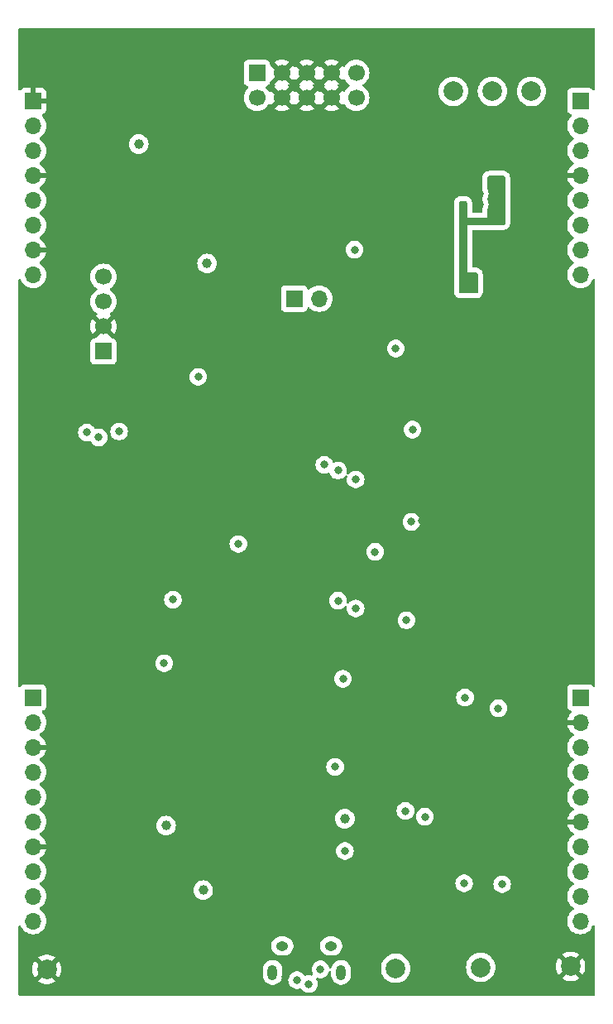
<source format=gbr>
%TF.GenerationSoftware,KiCad,Pcbnew,8.0.7*%
%TF.CreationDate,2025-01-14T15:56:34+00:00*%
%TF.ProjectId,Spectralist_Components,53706563-7472-4616-9c69-73745f436f6d,rev?*%
%TF.SameCoordinates,Original*%
%TF.FileFunction,Copper,L3,Inr*%
%TF.FilePolarity,Positive*%
%FSLAX46Y46*%
G04 Gerber Fmt 4.6, Leading zero omitted, Abs format (unit mm)*
G04 Created by KiCad (PCBNEW 8.0.7) date 2025-01-14 15:56:34*
%MOMM*%
%LPD*%
G01*
G04 APERTURE LIST*
%TA.AperFunction,ComponentPad*%
%ADD10R,1.700000X1.700000*%
%TD*%
%TA.AperFunction,ComponentPad*%
%ADD11O,1.700000X1.700000*%
%TD*%
%TA.AperFunction,ComponentPad*%
%ADD12C,2.000000*%
%TD*%
%TA.AperFunction,ComponentPad*%
%ADD13O,1.250000X0.950000*%
%TD*%
%TA.AperFunction,ComponentPad*%
%ADD14O,1.000000X1.550000*%
%TD*%
%TA.AperFunction,ComponentPad*%
%ADD15C,1.700000*%
%TD*%
%TA.AperFunction,ViaPad*%
%ADD16C,0.800000*%
%TD*%
%TA.AperFunction,ViaPad*%
%ADD17C,1.000000*%
%TD*%
G04 APERTURE END LIST*
D10*
%TO.N,+3.3V*%
%TO.C,J2*%
X158000000Y-58000000D03*
D11*
%TO.N,/Filter_Mode*%
X158000000Y-60540000D03*
%TO.N,/Harmonic_Mode*%
X158000000Y-63080000D03*
%TO.N,GND*%
X158000000Y-65620000D03*
%TO.N,/Octave_Btn*%
X158000000Y-68160000D03*
%TO.N,/Filter_A_Pot*%
X158000000Y-70700000D03*
%TO.N,/Filter_A_Trm*%
X158000000Y-73240000D03*
%TO.N,+12V*%
X158000000Y-75780000D03*
%TD*%
D10*
%TO.N,+3.3VA*%
%TO.C,J4*%
X158000000Y-119000000D03*
D11*
%TO.N,GND*%
X158000000Y-121540000D03*
%TO.N,/Harm_Stretch_CV_In*%
X158000000Y-124080000D03*
%TO.N,/Pitch_CV_In*%
X158000000Y-126620000D03*
%TO.N,/Filter_Slope_CV_In*%
X158000000Y-129160000D03*
%TO.N,GND*%
X158000000Y-131700000D03*
%TO.N,/Filter_A_CV_In*%
X158000000Y-134240000D03*
%TO.N,/Harm_Warp_CV_In*%
X158000000Y-136780000D03*
%TO.N,/Pan_CV_In*%
X158000000Y-139320000D03*
%TO.N,/Filter_B_CV_In*%
X158000000Y-141860000D03*
%TD*%
D10*
%TO.N,GND*%
%TO.C,J1*%
X102000000Y-58000000D03*
D11*
%TO.N,/LED_SCL*%
X102000000Y-60540000D03*
%TO.N,/LED_SDA*%
X102000000Y-63080000D03*
%TO.N,GND*%
X102000000Y-65620000D03*
%TO.N,/LED_Filter_A_Out*%
X102000000Y-68160000D03*
%TO.N,/LED_Oct_Out*%
X102000000Y-70700000D03*
%TO.N,GND*%
X102000000Y-73240000D03*
%TO.N,/LED_Filter_B_Out*%
X102000000Y-75780000D03*
%TD*%
D10*
%TO.N,/Filter_B_Trm*%
%TO.C,J3*%
X102000000Y-119000000D03*
D11*
%TO.N,/Audio_Out_L*%
X102000000Y-121540000D03*
%TO.N,GND*%
X102000000Y-124080000D03*
%TO.N,/Audio_Out_R*%
X102000000Y-126620000D03*
%TO.N,/Filter_B_Pot*%
X102000000Y-129160000D03*
%TO.N,/Filter_Slope_Pot*%
X102000000Y-131700000D03*
%TO.N,GND*%
X102000000Y-134240000D03*
%TO.N,/Harm_Warp_Pot*%
X102000000Y-136780000D03*
%TO.N,/Harm_Stretch_Trm*%
X102000000Y-139320000D03*
%TO.N,/Harm_Stretch_Pot*%
X102000000Y-141860000D03*
%TD*%
D12*
%TO.N,GND*%
%TO.C,TP8*%
X157000000Y-146500000D03*
%TD*%
%TO.N,+3.3VA*%
%TO.C,TP6*%
X145000000Y-57000000D03*
%TD*%
%TO.N,+3.3V*%
%TO.C,TP5*%
X153000000Y-57000000D03*
%TD*%
D10*
%TO.N,/UART_TX*%
%TO.C,J7*%
X128725000Y-78200000D03*
D11*
%TO.N,/UART_RX*%
X131265000Y-78200000D03*
%TD*%
D12*
%TO.N,+12V*%
%TO.C,TP2*%
X149000000Y-57000000D03*
%TD*%
%TO.N,-12V*%
%TO.C,TP3*%
X139100000Y-146700000D03*
%TD*%
%TO.N,/-5V_REF*%
%TO.C,TP7*%
X147800000Y-146600000D03*
%TD*%
D13*
%TO.N,*%
%TO.C,J8*%
X132500000Y-144415000D03*
X127500000Y-144415000D03*
D14*
X126500000Y-147115000D03*
%TO.N,unconnected-(J8-Shield-Pad6)*%
X133500000Y-147115000D03*
%TD*%
D10*
%TO.N,/-12V_IN*%
%TO.C,J5*%
X124900000Y-55125000D03*
D15*
X124900000Y-57665000D03*
%TO.N,GND*%
X127440000Y-55125000D03*
X127440000Y-57665000D03*
X129980000Y-55125000D03*
X129980000Y-57665000D03*
X132520000Y-55125000D03*
X132520000Y-57665000D03*
%TO.N,/+12V_IN*%
X135060000Y-55125000D03*
X135060000Y-57665000D03*
%TD*%
D12*
%TO.N,GND*%
%TO.C,TP4*%
X103400000Y-146800000D03*
%TD*%
D10*
%TO.N,+3.3V*%
%TO.C,J6*%
X109200000Y-83600000D03*
D15*
%TO.N,GND*%
X109200000Y-81060000D03*
%TO.N,/SWIO*%
X109200000Y-78520000D03*
%TO.N,/SWCLK*%
X109200000Y-75980000D03*
%TD*%
D16*
%TO.N,GND*%
X110800000Y-62600000D03*
X115100000Y-62700000D03*
X143900000Y-77700000D03*
X139000000Y-74300000D03*
X126000000Y-71900000D03*
X125800000Y-67700000D03*
X136400000Y-72000000D03*
X130900000Y-93500000D03*
X130300000Y-96900000D03*
X133400000Y-97700000D03*
X138000000Y-114700000D03*
X140300000Y-109300000D03*
X148000000Y-113100000D03*
X141300000Y-112300000D03*
X129200000Y-142200000D03*
X127800000Y-147600000D03*
X131800000Y-148500000D03*
X143000000Y-132900000D03*
X138200000Y-131800000D03*
X116400000Y-110400000D03*
X133700000Y-110600000D03*
X158200000Y-78300000D03*
X153200000Y-81100000D03*
X141800000Y-83900000D03*
X145400000Y-80700000D03*
X151600000Y-74300000D03*
X155000000Y-59900000D03*
X154800000Y-69500000D03*
X158500000Y-54100000D03*
X148700000Y-60200000D03*
X111400000Y-67700000D03*
X122700000Y-76200000D03*
X114300000Y-76200000D03*
X138700000Y-127600000D03*
X148000000Y-126900000D03*
X151800000Y-125500000D03*
X123300000Y-112700000D03*
X124800000Y-110400000D03*
X120200000Y-101200000D03*
X100900000Y-78200000D03*
X106000000Y-90400000D03*
X120300000Y-97300000D03*
X120200000Y-92400000D03*
D17*
%TO.N,+12V*%
X119800000Y-74600000D03*
X119400000Y-138700000D03*
D16*
%TO.N,GND*%
X108984980Y-123257773D03*
X114200000Y-56600000D03*
X116436397Y-135863603D03*
X108787500Y-118400000D03*
X143400000Y-67380000D03*
X119900000Y-116000000D03*
X122794390Y-86005610D03*
X124400000Y-129700000D03*
X136700000Y-102244436D03*
X137125000Y-105910460D03*
X122587500Y-119200000D03*
X141750000Y-100900000D03*
X141800000Y-95800000D03*
X143900000Y-98100000D03*
X133900000Y-133000000D03*
X117800000Y-133400000D03*
X147700000Y-68550000D03*
X143000000Y-71580000D03*
X108557353Y-117030147D03*
X120400000Y-88200000D03*
X144550000Y-99900000D03*
X118584740Y-122038449D03*
X117400000Y-86500000D03*
X135100000Y-127100000D03*
X136000000Y-92600000D03*
X124000000Y-106600000D03*
X137750000Y-67867500D03*
X116600000Y-88200000D03*
X108787500Y-120200000D03*
X137800000Y-137900000D03*
X112800000Y-54500000D03*
X121525000Y-67400000D03*
X147588603Y-64038603D03*
X144550000Y-89775000D03*
X147700000Y-67450000D03*
X142859505Y-139273553D03*
X122225000Y-71900000D03*
X125600000Y-88000000D03*
X115930147Y-121057353D03*
X109100000Y-130380029D03*
X142900000Y-118700000D03*
X140900000Y-62680000D03*
X134000000Y-84400000D03*
X147800002Y-93699998D03*
X137600000Y-66400000D03*
X142800000Y-121500000D03*
X148136397Y-71586397D03*
X139100000Y-65780000D03*
X137300000Y-86100000D03*
X134700000Y-81600000D03*
X137900000Y-120000000D03*
X116725000Y-71000000D03*
X115500000Y-117400000D03*
X125433794Y-106533794D03*
D17*
%TO.N,-12V*%
X115600000Y-132100000D03*
X112800000Y-62400000D03*
X133900000Y-131400000D03*
D16*
%TO.N,+3.3VA*%
X115400000Y-115500000D03*
X133900000Y-134700000D03*
X146200000Y-119000006D03*
X140709208Y-101038772D03*
X146100000Y-138000000D03*
X134900000Y-73200000D03*
%TO.N,/VSW*%
X146200000Y-77050000D03*
X149332353Y-67432353D03*
X146000000Y-70250000D03*
X146200000Y-76100000D03*
%TO.N,+3.3V*%
X123000000Y-103300000D03*
X139100000Y-83300000D03*
X140825000Y-91600000D03*
X137000000Y-104100000D03*
X118900000Y-86200000D03*
%TO.N,/Filter_B_Trm*%
X131800000Y-95200000D03*
X116300000Y-109000000D03*
%TO.N,/Harm_Stretch_CV_In*%
X140200000Y-111100000D03*
X133700000Y-117100002D03*
%TO.N,/Harm_Warp_CV*%
X133200000Y-109100000D03*
X132900000Y-126100000D03*
%TO.N,/Pan_CV*%
X133200000Y-95775000D03*
X140100000Y-130600000D03*
%TO.N,/-5V_REF*%
X142100000Y-131200000D03*
X150000000Y-138100000D03*
X149600000Y-120100000D03*
%TO.N,/Filter_A_CV*%
X135000000Y-109900000D03*
X135000000Y-96700000D03*
%TO.N,/USB_VBUS*%
X131400000Y-146800000D03*
X110800000Y-91800000D03*
%TO.N,/USB_D+*%
X129000000Y-147900000D03*
X108700000Y-92400000D03*
%TO.N,/USB_D-*%
X107500000Y-91900000D03*
X130200000Y-148300000D03*
%TD*%
%TA.AperFunction,Conductor*%
%TO.N,GND*%
G36*
X126974075Y-55317993D02*
G01*
X127039901Y-55432007D01*
X127132993Y-55525099D01*
X127247007Y-55590925D01*
X127310591Y-55607962D01*
X126678626Y-56239926D01*
X126755031Y-56293426D01*
X126798656Y-56348003D01*
X126805848Y-56417501D01*
X126774326Y-56479856D01*
X126755030Y-56496575D01*
X126678627Y-56550072D01*
X126678626Y-56550073D01*
X127310591Y-57182037D01*
X127247007Y-57199075D01*
X127132993Y-57264901D01*
X127039901Y-57357993D01*
X126974075Y-57472007D01*
X126957037Y-57535590D01*
X126325073Y-56903626D01*
X126325072Y-56903627D01*
X126271880Y-56979595D01*
X126217303Y-57023220D01*
X126147805Y-57030414D01*
X126085450Y-56998891D01*
X126068730Y-56979595D01*
X125938496Y-56793600D01*
X125897071Y-56752175D01*
X125816567Y-56671671D01*
X125783084Y-56610351D01*
X125788068Y-56540659D01*
X125829939Y-56484725D01*
X125860915Y-56467810D01*
X125992331Y-56418796D01*
X126107546Y-56332546D01*
X126193796Y-56217331D01*
X126244091Y-56082483D01*
X126250500Y-56022873D01*
X126250499Y-56012313D01*
X126270179Y-55945276D01*
X126286818Y-55924627D01*
X126957037Y-55254408D01*
X126974075Y-55317993D01*
G37*
%TD.AperFunction*%
%TA.AperFunction,Conductor*%
G36*
X129514075Y-55317993D02*
G01*
X129579901Y-55432007D01*
X129672993Y-55525099D01*
X129787007Y-55590925D01*
X129850591Y-55607962D01*
X129218626Y-56239926D01*
X129295031Y-56293426D01*
X129338656Y-56348003D01*
X129345848Y-56417501D01*
X129314326Y-56479856D01*
X129295030Y-56496575D01*
X129218627Y-56550072D01*
X129218626Y-56550073D01*
X129850591Y-57182037D01*
X129787007Y-57199075D01*
X129672993Y-57264901D01*
X129579901Y-57357993D01*
X129514075Y-57472007D01*
X129497037Y-57535590D01*
X128865073Y-56903626D01*
X128865073Y-56903627D01*
X128811575Y-56980031D01*
X128756999Y-57023656D01*
X128687500Y-57030850D01*
X128625145Y-56999327D01*
X128608425Y-56980032D01*
X128554925Y-56903626D01*
X127922962Y-57535590D01*
X127905925Y-57472007D01*
X127840099Y-57357993D01*
X127747007Y-57264901D01*
X127632993Y-57199075D01*
X127569409Y-57182037D01*
X128201372Y-56550073D01*
X128124969Y-56496575D01*
X128081344Y-56441998D01*
X128074152Y-56372499D01*
X128105674Y-56310144D01*
X128124968Y-56293426D01*
X128201371Y-56239925D01*
X127569408Y-55607962D01*
X127632993Y-55590925D01*
X127747007Y-55525099D01*
X127840099Y-55432007D01*
X127905925Y-55317993D01*
X127922962Y-55254408D01*
X128554925Y-55886371D01*
X128608426Y-55809968D01*
X128663004Y-55766344D01*
X128732502Y-55759152D01*
X128794856Y-55790675D01*
X128811575Y-55809969D01*
X128865073Y-55886372D01*
X129497037Y-55254408D01*
X129514075Y-55317993D01*
G37*
%TD.AperFunction*%
%TA.AperFunction,Conductor*%
G36*
X132054075Y-55317993D02*
G01*
X132119901Y-55432007D01*
X132212993Y-55525099D01*
X132327007Y-55590925D01*
X132390591Y-55607962D01*
X131758626Y-56239926D01*
X131835031Y-56293426D01*
X131878656Y-56348003D01*
X131885848Y-56417501D01*
X131854326Y-56479856D01*
X131835030Y-56496575D01*
X131758627Y-56550072D01*
X131758626Y-56550073D01*
X132390591Y-57182037D01*
X132327007Y-57199075D01*
X132212993Y-57264901D01*
X132119901Y-57357993D01*
X132054075Y-57472007D01*
X132037037Y-57535590D01*
X131405073Y-56903626D01*
X131405073Y-56903627D01*
X131351575Y-56980031D01*
X131296999Y-57023656D01*
X131227500Y-57030850D01*
X131165145Y-56999327D01*
X131148425Y-56980032D01*
X131094925Y-56903626D01*
X130462962Y-57535590D01*
X130445925Y-57472007D01*
X130380099Y-57357993D01*
X130287007Y-57264901D01*
X130172993Y-57199075D01*
X130109409Y-57182037D01*
X130741372Y-56550073D01*
X130664969Y-56496575D01*
X130621344Y-56441998D01*
X130614152Y-56372499D01*
X130645674Y-56310144D01*
X130664968Y-56293426D01*
X130741371Y-56239925D01*
X130109408Y-55607962D01*
X130172993Y-55590925D01*
X130287007Y-55525099D01*
X130380099Y-55432007D01*
X130445925Y-55317993D01*
X130462962Y-55254408D01*
X131094925Y-55886371D01*
X131148426Y-55809968D01*
X131203004Y-55766344D01*
X131272502Y-55759152D01*
X131334856Y-55790675D01*
X131351575Y-55809969D01*
X131405073Y-55886372D01*
X132037037Y-55254408D01*
X132054075Y-55317993D01*
G37*
%TD.AperFunction*%
%TA.AperFunction,Conductor*%
G36*
X133634925Y-55886371D02*
G01*
X133688120Y-55810404D01*
X133742697Y-55766780D01*
X133812196Y-55759588D01*
X133874550Y-55791111D01*
X133891268Y-55810404D01*
X134021505Y-55996401D01*
X134021506Y-55996402D01*
X134188597Y-56163493D01*
X134188603Y-56163498D01*
X134374158Y-56293425D01*
X134417783Y-56348002D01*
X134424977Y-56417500D01*
X134393454Y-56479855D01*
X134374158Y-56496575D01*
X134188597Y-56626505D01*
X134021508Y-56793594D01*
X133891269Y-56979595D01*
X133836692Y-57023219D01*
X133767193Y-57030412D01*
X133704839Y-56998890D01*
X133688119Y-56979595D01*
X133634925Y-56903626D01*
X133002962Y-57535590D01*
X132985925Y-57472007D01*
X132920099Y-57357993D01*
X132827007Y-57264901D01*
X132712993Y-57199075D01*
X132649409Y-57182037D01*
X133281372Y-56550073D01*
X133204969Y-56496575D01*
X133161344Y-56441998D01*
X133154152Y-56372499D01*
X133185674Y-56310144D01*
X133204968Y-56293426D01*
X133281371Y-56239925D01*
X132649408Y-55607962D01*
X132712993Y-55590925D01*
X132827007Y-55525099D01*
X132920099Y-55432007D01*
X132985925Y-55317993D01*
X133002962Y-55254408D01*
X133634925Y-55886371D01*
G37*
%TD.AperFunction*%
%TA.AperFunction,Conductor*%
G36*
X159442539Y-50520185D02*
G01*
X159488294Y-50572989D01*
X159499500Y-50624500D01*
X159499500Y-56809897D01*
X159479815Y-56876936D01*
X159427011Y-56922691D01*
X159357853Y-56932635D01*
X159294297Y-56903610D01*
X159276234Y-56884208D01*
X159207547Y-56792455D01*
X159207544Y-56792452D01*
X159092335Y-56706206D01*
X159092328Y-56706202D01*
X158957482Y-56655908D01*
X158957483Y-56655908D01*
X158897883Y-56649501D01*
X158897881Y-56649500D01*
X158897873Y-56649500D01*
X158897864Y-56649500D01*
X157102129Y-56649500D01*
X157102123Y-56649501D01*
X157042516Y-56655908D01*
X156907671Y-56706202D01*
X156907664Y-56706206D01*
X156792455Y-56792452D01*
X156792452Y-56792455D01*
X156706206Y-56907664D01*
X156706202Y-56907671D01*
X156655908Y-57042517D01*
X156649501Y-57102116D01*
X156649500Y-57102135D01*
X156649500Y-58897870D01*
X156649501Y-58897876D01*
X156655908Y-58957483D01*
X156706202Y-59092328D01*
X156706206Y-59092335D01*
X156792452Y-59207544D01*
X156792455Y-59207547D01*
X156907664Y-59293793D01*
X156907671Y-59293797D01*
X157039081Y-59342810D01*
X157095015Y-59384681D01*
X157119432Y-59450145D01*
X157104580Y-59518418D01*
X157083430Y-59546673D01*
X156961503Y-59668600D01*
X156825965Y-59862169D01*
X156825964Y-59862171D01*
X156726098Y-60076335D01*
X156726094Y-60076344D01*
X156664938Y-60304586D01*
X156664936Y-60304596D01*
X156644341Y-60539999D01*
X156644341Y-60540000D01*
X156664936Y-60775403D01*
X156664938Y-60775413D01*
X156726094Y-61003655D01*
X156726096Y-61003659D01*
X156726097Y-61003663D01*
X156761319Y-61079196D01*
X156825965Y-61217830D01*
X156825967Y-61217834D01*
X156961501Y-61411395D01*
X156961506Y-61411402D01*
X157128597Y-61578493D01*
X157128603Y-61578498D01*
X157314158Y-61708425D01*
X157357783Y-61763002D01*
X157364977Y-61832500D01*
X157333454Y-61894855D01*
X157314158Y-61911575D01*
X157128597Y-62041505D01*
X156961505Y-62208597D01*
X156825965Y-62402169D01*
X156825964Y-62402171D01*
X156726098Y-62616335D01*
X156726094Y-62616344D01*
X156664938Y-62844586D01*
X156664936Y-62844596D01*
X156644341Y-63079999D01*
X156644341Y-63080000D01*
X156664936Y-63315403D01*
X156664938Y-63315413D01*
X156726094Y-63543655D01*
X156726096Y-63543659D01*
X156726097Y-63543663D01*
X156761319Y-63619196D01*
X156825965Y-63757830D01*
X156825967Y-63757834D01*
X156961501Y-63951395D01*
X156961506Y-63951402D01*
X157128597Y-64118493D01*
X157128603Y-64118498D01*
X157314594Y-64248730D01*
X157358219Y-64303307D01*
X157365413Y-64372805D01*
X157333890Y-64435160D01*
X157314595Y-64451880D01*
X157128922Y-64581890D01*
X157128920Y-64581891D01*
X156961891Y-64748920D01*
X156961886Y-64748926D01*
X156826400Y-64942420D01*
X156826399Y-64942422D01*
X156726570Y-65156507D01*
X156726567Y-65156513D01*
X156669364Y-65369999D01*
X156669364Y-65370000D01*
X157566988Y-65370000D01*
X157534075Y-65427007D01*
X157500000Y-65554174D01*
X157500000Y-65685826D01*
X157534075Y-65812993D01*
X157566988Y-65870000D01*
X156669364Y-65870000D01*
X156726567Y-66083486D01*
X156726570Y-66083492D01*
X156826399Y-66297578D01*
X156961894Y-66491082D01*
X157128917Y-66658105D01*
X157314595Y-66788119D01*
X157358219Y-66842696D01*
X157365412Y-66912195D01*
X157333890Y-66974549D01*
X157314595Y-66991269D01*
X157128594Y-67121508D01*
X156961505Y-67288597D01*
X156825965Y-67482169D01*
X156825964Y-67482171D01*
X156726098Y-67696335D01*
X156726094Y-67696344D01*
X156664938Y-67924586D01*
X156664936Y-67924596D01*
X156644341Y-68159999D01*
X156644341Y-68160000D01*
X156664936Y-68395403D01*
X156664938Y-68395413D01*
X156726094Y-68623655D01*
X156726096Y-68623659D01*
X156726097Y-68623663D01*
X156817282Y-68819209D01*
X156825965Y-68837830D01*
X156825967Y-68837834D01*
X156961501Y-69031395D01*
X156961506Y-69031402D01*
X157128597Y-69198493D01*
X157128603Y-69198498D01*
X157314158Y-69328425D01*
X157357783Y-69383002D01*
X157364977Y-69452500D01*
X157333454Y-69514855D01*
X157314158Y-69531575D01*
X157128597Y-69661505D01*
X156961505Y-69828597D01*
X156825965Y-70022169D01*
X156825964Y-70022171D01*
X156726098Y-70236335D01*
X156726094Y-70236344D01*
X156664938Y-70464586D01*
X156664936Y-70464596D01*
X156644341Y-70699999D01*
X156644341Y-70700000D01*
X156664936Y-70935403D01*
X156664938Y-70935413D01*
X156726094Y-71163655D01*
X156726096Y-71163659D01*
X156726097Y-71163663D01*
X156825965Y-71377830D01*
X156825967Y-71377834D01*
X156961501Y-71571395D01*
X156961506Y-71571402D01*
X157128597Y-71738493D01*
X157128603Y-71738498D01*
X157314158Y-71868425D01*
X157357783Y-71923002D01*
X157364977Y-71992500D01*
X157333454Y-72054855D01*
X157314158Y-72071575D01*
X157128597Y-72201505D01*
X156961505Y-72368597D01*
X156825965Y-72562169D01*
X156825964Y-72562171D01*
X156726098Y-72776335D01*
X156726094Y-72776344D01*
X156664938Y-73004586D01*
X156664936Y-73004596D01*
X156644341Y-73239999D01*
X156644341Y-73240000D01*
X156664936Y-73475403D01*
X156664938Y-73475413D01*
X156726094Y-73703655D01*
X156726096Y-73703659D01*
X156726097Y-73703663D01*
X156754273Y-73764086D01*
X156825965Y-73917830D01*
X156825967Y-73917834D01*
X156961501Y-74111395D01*
X156961506Y-74111402D01*
X157128597Y-74278493D01*
X157128603Y-74278498D01*
X157314158Y-74408425D01*
X157357783Y-74463002D01*
X157364977Y-74532500D01*
X157333454Y-74594855D01*
X157314158Y-74611575D01*
X157128597Y-74741505D01*
X156961505Y-74908597D01*
X156825965Y-75102169D01*
X156825964Y-75102171D01*
X156726098Y-75316335D01*
X156726094Y-75316344D01*
X156664938Y-75544586D01*
X156664936Y-75544596D01*
X156644341Y-75779999D01*
X156644341Y-75780000D01*
X156664936Y-76015403D01*
X156664938Y-76015413D01*
X156726094Y-76243655D01*
X156726096Y-76243659D01*
X156726097Y-76243663D01*
X156761319Y-76319196D01*
X156825965Y-76457830D01*
X156825967Y-76457834D01*
X156934281Y-76612521D01*
X156961505Y-76651401D01*
X157128599Y-76818495D01*
X157225384Y-76886265D01*
X157322165Y-76954032D01*
X157322167Y-76954033D01*
X157322170Y-76954035D01*
X157536337Y-77053903D01*
X157764592Y-77115063D01*
X157952918Y-77131539D01*
X157999999Y-77135659D01*
X158000000Y-77135659D01*
X158000001Y-77135659D01*
X158039234Y-77132226D01*
X158235408Y-77115063D01*
X158463663Y-77053903D01*
X158677830Y-76954035D01*
X158871401Y-76818495D01*
X159038495Y-76651401D01*
X159174035Y-76457830D01*
X159263118Y-76266790D01*
X159309290Y-76214352D01*
X159376484Y-76195200D01*
X159443365Y-76215416D01*
X159488700Y-76268581D01*
X159499500Y-76319196D01*
X159499500Y-117809897D01*
X159479815Y-117876936D01*
X159427011Y-117922691D01*
X159357853Y-117932635D01*
X159294297Y-117903610D01*
X159276234Y-117884208D01*
X159207547Y-117792455D01*
X159207544Y-117792452D01*
X159092335Y-117706206D01*
X159092328Y-117706202D01*
X158957482Y-117655908D01*
X158957483Y-117655908D01*
X158897883Y-117649501D01*
X158897881Y-117649500D01*
X158897873Y-117649500D01*
X158897864Y-117649500D01*
X157102129Y-117649500D01*
X157102123Y-117649501D01*
X157042516Y-117655908D01*
X156907671Y-117706202D01*
X156907664Y-117706206D01*
X156792455Y-117792452D01*
X156792452Y-117792455D01*
X156706206Y-117907664D01*
X156706202Y-117907671D01*
X156655908Y-118042517D01*
X156649782Y-118099506D01*
X156649501Y-118102123D01*
X156649500Y-118102135D01*
X156649500Y-119897870D01*
X156649501Y-119897876D01*
X156655908Y-119957483D01*
X156706202Y-120092328D01*
X156706206Y-120092335D01*
X156792452Y-120207544D01*
X156792455Y-120207547D01*
X156907664Y-120293793D01*
X156907671Y-120293797D01*
X156907674Y-120293798D01*
X157039598Y-120343002D01*
X157095531Y-120384873D01*
X157119949Y-120450337D01*
X157105098Y-120518610D01*
X157083947Y-120546865D01*
X156961886Y-120668926D01*
X156826400Y-120862420D01*
X156826399Y-120862422D01*
X156726570Y-121076507D01*
X156726567Y-121076513D01*
X156669364Y-121289999D01*
X156669364Y-121290000D01*
X157566988Y-121290000D01*
X157534075Y-121347007D01*
X157500000Y-121474174D01*
X157500000Y-121605826D01*
X157534075Y-121732993D01*
X157566988Y-121790000D01*
X156669364Y-121790000D01*
X156726567Y-122003486D01*
X156726570Y-122003492D01*
X156826399Y-122217578D01*
X156961894Y-122411082D01*
X157128917Y-122578105D01*
X157314595Y-122708119D01*
X157358219Y-122762696D01*
X157365412Y-122832195D01*
X157333890Y-122894549D01*
X157314595Y-122911269D01*
X157128594Y-123041508D01*
X156961505Y-123208597D01*
X156825965Y-123402169D01*
X156825964Y-123402171D01*
X156726098Y-123616335D01*
X156726094Y-123616344D01*
X156664938Y-123844586D01*
X156664936Y-123844596D01*
X156644341Y-124079999D01*
X156644341Y-124080000D01*
X156664936Y-124315403D01*
X156664938Y-124315413D01*
X156726094Y-124543655D01*
X156726096Y-124543659D01*
X156726097Y-124543663D01*
X156760766Y-124618011D01*
X156825965Y-124757830D01*
X156825967Y-124757834D01*
X156961501Y-124951395D01*
X156961506Y-124951402D01*
X157128597Y-125118493D01*
X157128603Y-125118498D01*
X157314158Y-125248425D01*
X157357783Y-125303002D01*
X157364977Y-125372500D01*
X157333454Y-125434855D01*
X157314158Y-125451575D01*
X157128597Y-125581505D01*
X156961505Y-125748597D01*
X156825965Y-125942169D01*
X156825964Y-125942171D01*
X156726098Y-126156335D01*
X156726094Y-126156344D01*
X156664938Y-126384586D01*
X156664936Y-126384596D01*
X156644341Y-126619999D01*
X156644341Y-126620000D01*
X156664936Y-126855403D01*
X156664938Y-126855413D01*
X156726094Y-127083655D01*
X156726096Y-127083659D01*
X156726097Y-127083663D01*
X156761319Y-127159196D01*
X156825965Y-127297830D01*
X156825967Y-127297834D01*
X156961501Y-127491395D01*
X156961506Y-127491402D01*
X157128597Y-127658493D01*
X157128603Y-127658498D01*
X157314158Y-127788425D01*
X157357783Y-127843002D01*
X157364977Y-127912500D01*
X157333454Y-127974855D01*
X157314158Y-127991575D01*
X157128597Y-128121505D01*
X156961505Y-128288597D01*
X156825965Y-128482169D01*
X156825964Y-128482171D01*
X156726098Y-128696335D01*
X156726094Y-128696344D01*
X156664938Y-128924586D01*
X156664936Y-128924596D01*
X156644341Y-129159999D01*
X156644341Y-129160000D01*
X156664936Y-129395403D01*
X156664938Y-129395413D01*
X156726094Y-129623655D01*
X156726096Y-129623659D01*
X156726097Y-129623663D01*
X156779812Y-129738855D01*
X156825965Y-129837830D01*
X156825967Y-129837834D01*
X156961501Y-130031395D01*
X156961506Y-130031402D01*
X157128597Y-130198493D01*
X157128603Y-130198498D01*
X157314594Y-130328730D01*
X157358219Y-130383307D01*
X157365413Y-130452805D01*
X157333890Y-130515160D01*
X157314595Y-130531880D01*
X157128922Y-130661890D01*
X157128920Y-130661891D01*
X156961891Y-130828920D01*
X156961886Y-130828926D01*
X156826400Y-131022420D01*
X156826399Y-131022422D01*
X156726570Y-131236507D01*
X156726567Y-131236513D01*
X156669364Y-131449999D01*
X156669364Y-131450000D01*
X157566988Y-131450000D01*
X157534075Y-131507007D01*
X157500000Y-131634174D01*
X157500000Y-131765826D01*
X157534075Y-131892993D01*
X157566988Y-131950000D01*
X156669364Y-131950000D01*
X156726567Y-132163486D01*
X156726570Y-132163492D01*
X156826399Y-132377578D01*
X156961894Y-132571082D01*
X157128917Y-132738105D01*
X157314595Y-132868119D01*
X157358219Y-132922696D01*
X157365412Y-132992195D01*
X157333890Y-133054549D01*
X157314595Y-133071269D01*
X157128594Y-133201508D01*
X156961505Y-133368597D01*
X156825965Y-133562169D01*
X156825964Y-133562171D01*
X156726098Y-133776335D01*
X156726094Y-133776344D01*
X156664938Y-134004586D01*
X156664936Y-134004596D01*
X156644341Y-134239999D01*
X156644341Y-134240000D01*
X156664936Y-134475403D01*
X156664938Y-134475413D01*
X156726094Y-134703655D01*
X156726096Y-134703659D01*
X156726097Y-134703663D01*
X156760766Y-134778011D01*
X156825965Y-134917830D01*
X156825967Y-134917834D01*
X156961501Y-135111395D01*
X156961506Y-135111402D01*
X157128597Y-135278493D01*
X157128603Y-135278498D01*
X157314158Y-135408425D01*
X157357783Y-135463002D01*
X157364977Y-135532500D01*
X157333454Y-135594855D01*
X157314158Y-135611575D01*
X157128597Y-135741505D01*
X156961505Y-135908597D01*
X156825965Y-136102169D01*
X156825964Y-136102171D01*
X156726098Y-136316335D01*
X156726094Y-136316344D01*
X156664938Y-136544586D01*
X156664936Y-136544596D01*
X156644341Y-136779999D01*
X156644341Y-136780000D01*
X156664936Y-137015403D01*
X156664938Y-137015413D01*
X156726094Y-137243655D01*
X156726096Y-137243659D01*
X156726097Y-137243663D01*
X156811641Y-137427112D01*
X156825965Y-137457830D01*
X156825967Y-137457834D01*
X156902956Y-137567785D01*
X156947721Y-137631716D01*
X156961501Y-137651395D01*
X156961506Y-137651402D01*
X157128597Y-137818493D01*
X157128603Y-137818498D01*
X157314158Y-137948425D01*
X157357783Y-138003002D01*
X157364977Y-138072500D01*
X157333454Y-138134855D01*
X157314158Y-138151575D01*
X157128597Y-138281505D01*
X156961505Y-138448597D01*
X156825965Y-138642169D01*
X156825964Y-138642171D01*
X156726098Y-138856335D01*
X156726094Y-138856344D01*
X156664938Y-139084586D01*
X156664936Y-139084596D01*
X156644341Y-139319999D01*
X156644341Y-139320000D01*
X156664936Y-139555403D01*
X156664938Y-139555413D01*
X156726094Y-139783655D01*
X156726096Y-139783659D01*
X156726097Y-139783663D01*
X156761319Y-139859196D01*
X156825965Y-139997830D01*
X156825967Y-139997834D01*
X156961501Y-140191395D01*
X156961506Y-140191402D01*
X157128597Y-140358493D01*
X157128603Y-140358498D01*
X157314158Y-140488425D01*
X157357783Y-140543002D01*
X157364977Y-140612500D01*
X157333454Y-140674855D01*
X157314158Y-140691575D01*
X157128597Y-140821505D01*
X156961505Y-140988597D01*
X156825965Y-141182169D01*
X156825964Y-141182171D01*
X156726098Y-141396335D01*
X156726094Y-141396344D01*
X156664938Y-141624586D01*
X156664936Y-141624596D01*
X156644341Y-141859999D01*
X156644341Y-141860000D01*
X156664936Y-142095403D01*
X156664938Y-142095413D01*
X156726094Y-142323655D01*
X156726096Y-142323659D01*
X156726097Y-142323663D01*
X156761319Y-142399196D01*
X156825965Y-142537830D01*
X156825967Y-142537834D01*
X156934281Y-142692521D01*
X156961505Y-142731401D01*
X157128599Y-142898495D01*
X157225384Y-142966265D01*
X157322165Y-143034032D01*
X157322167Y-143034033D01*
X157322170Y-143034035D01*
X157536337Y-143133903D01*
X157764592Y-143195063D01*
X157952918Y-143211539D01*
X157999999Y-143215659D01*
X158000000Y-143215659D01*
X158000001Y-143215659D01*
X158039234Y-143212226D01*
X158235408Y-143195063D01*
X158463663Y-143133903D01*
X158677830Y-143034035D01*
X158871401Y-142898495D01*
X159038495Y-142731401D01*
X159174035Y-142537830D01*
X159263118Y-142346790D01*
X159309290Y-142294352D01*
X159376484Y-142275200D01*
X159443365Y-142295416D01*
X159488700Y-142348581D01*
X159499500Y-142399196D01*
X159499500Y-149375500D01*
X159479815Y-149442539D01*
X159427011Y-149488294D01*
X159375500Y-149499500D01*
X100624500Y-149499500D01*
X100557461Y-149479815D01*
X100511706Y-149427011D01*
X100500500Y-149375500D01*
X100500500Y-146799994D01*
X101894859Y-146799994D01*
X101894859Y-146800005D01*
X101915385Y-147047729D01*
X101915387Y-147047738D01*
X101976412Y-147288717D01*
X102076267Y-147516367D01*
X102176562Y-147669881D01*
X102798957Y-147047487D01*
X102823978Y-147107890D01*
X102895112Y-147214351D01*
X102985649Y-147304888D01*
X103092110Y-147376022D01*
X103152511Y-147401041D01*
X102529943Y-148023609D01*
X102576768Y-148060055D01*
X102576771Y-148060057D01*
X102795385Y-148178364D01*
X102795396Y-148178369D01*
X103030506Y-148259083D01*
X103275707Y-148300000D01*
X103524293Y-148300000D01*
X103769493Y-148259083D01*
X104004603Y-148178369D01*
X104004614Y-148178364D01*
X104223230Y-148060056D01*
X104223236Y-148060051D01*
X104270055Y-148023610D01*
X104270056Y-148023609D01*
X103647488Y-147401041D01*
X103707890Y-147376022D01*
X103814351Y-147304888D01*
X103904888Y-147214351D01*
X103976022Y-147107890D01*
X104001041Y-147047488D01*
X104623435Y-147669882D01*
X104723733Y-147516364D01*
X104735936Y-147488543D01*
X125499499Y-147488543D01*
X125537947Y-147681829D01*
X125537950Y-147681839D01*
X125613364Y-147863907D01*
X125613371Y-147863920D01*
X125722860Y-148027781D01*
X125722863Y-148027785D01*
X125862214Y-148167136D01*
X125862218Y-148167139D01*
X126026079Y-148276628D01*
X126026092Y-148276635D01*
X126208160Y-148352049D01*
X126208165Y-148352051D01*
X126208169Y-148352051D01*
X126208170Y-148352052D01*
X126401456Y-148390500D01*
X126401459Y-148390500D01*
X126598543Y-148390500D01*
X126728582Y-148364632D01*
X126791835Y-148352051D01*
X126973914Y-148276632D01*
X127137782Y-148167139D01*
X127277139Y-148027782D01*
X127362520Y-147900000D01*
X128094540Y-147900000D01*
X128114326Y-148088256D01*
X128114327Y-148088259D01*
X128172818Y-148268277D01*
X128172821Y-148268284D01*
X128267467Y-148432216D01*
X128394129Y-148572888D01*
X128547265Y-148684148D01*
X128547270Y-148684151D01*
X128720192Y-148761142D01*
X128720197Y-148761144D01*
X128905354Y-148800500D01*
X128905355Y-148800500D01*
X129094644Y-148800500D01*
X129094646Y-148800500D01*
X129279803Y-148761144D01*
X129294450Y-148754622D01*
X129363697Y-148745336D01*
X129426975Y-148774962D01*
X129452275Y-148805902D01*
X129467467Y-148832216D01*
X129594129Y-148972888D01*
X129747265Y-149084148D01*
X129747270Y-149084151D01*
X129920192Y-149161142D01*
X129920197Y-149161144D01*
X130105354Y-149200500D01*
X130105355Y-149200500D01*
X130294644Y-149200500D01*
X130294646Y-149200500D01*
X130479803Y-149161144D01*
X130652730Y-149084151D01*
X130805871Y-148972888D01*
X130932533Y-148832216D01*
X131027179Y-148668284D01*
X131085674Y-148488256D01*
X131105460Y-148300000D01*
X131085674Y-148111744D01*
X131027179Y-147931716D01*
X130974928Y-147841215D01*
X130958456Y-147773317D01*
X130981309Y-147707290D01*
X131036230Y-147664099D01*
X131105783Y-147657458D01*
X131119551Y-147661007D01*
X131161306Y-147669882D01*
X131305354Y-147700500D01*
X131305355Y-147700500D01*
X131494644Y-147700500D01*
X131494646Y-147700500D01*
X131679803Y-147661144D01*
X131852730Y-147584151D01*
X132005871Y-147472888D01*
X132132533Y-147332216D01*
X132227179Y-147168284D01*
X132257569Y-147074754D01*
X132297006Y-147017078D01*
X132361365Y-146989880D01*
X132430211Y-147001795D01*
X132481687Y-147049039D01*
X132499500Y-147113072D01*
X132499500Y-147488541D01*
X132499500Y-147488543D01*
X132499499Y-147488543D01*
X132537947Y-147681829D01*
X132537950Y-147681839D01*
X132613364Y-147863907D01*
X132613371Y-147863920D01*
X132722860Y-148027781D01*
X132722863Y-148027785D01*
X132862214Y-148167136D01*
X132862218Y-148167139D01*
X133026079Y-148276628D01*
X133026092Y-148276635D01*
X133208160Y-148352049D01*
X133208165Y-148352051D01*
X133208169Y-148352051D01*
X133208170Y-148352052D01*
X133401456Y-148390500D01*
X133401459Y-148390500D01*
X133598543Y-148390500D01*
X133728582Y-148364632D01*
X133791835Y-148352051D01*
X133973914Y-148276632D01*
X134137782Y-148167139D01*
X134277139Y-148027782D01*
X134386632Y-147863914D01*
X134388057Y-147860475D01*
X134426450Y-147767784D01*
X134462051Y-147681835D01*
X134500500Y-147488541D01*
X134500500Y-146741459D01*
X134500500Y-146741456D01*
X134492252Y-146699994D01*
X137594357Y-146699994D01*
X137594357Y-146700005D01*
X137614890Y-146947812D01*
X137614892Y-146947824D01*
X137675936Y-147188881D01*
X137775826Y-147416606D01*
X137911833Y-147624782D01*
X137911836Y-147624785D01*
X138080256Y-147807738D01*
X138276491Y-147960474D01*
X138276493Y-147960475D01*
X138460500Y-148060055D01*
X138495190Y-148078828D01*
X138730386Y-148159571D01*
X138975665Y-148200500D01*
X139224335Y-148200500D01*
X139469614Y-148159571D01*
X139704810Y-148078828D01*
X139923509Y-147960474D01*
X140119744Y-147807738D01*
X140288164Y-147624785D01*
X140424173Y-147416607D01*
X140524063Y-147188881D01*
X140585108Y-146947821D01*
X140585109Y-146947812D01*
X140605643Y-146700005D01*
X140605643Y-146699994D01*
X140597357Y-146599994D01*
X146294357Y-146599994D01*
X146294357Y-146600005D01*
X146314890Y-146847812D01*
X146314892Y-146847824D01*
X146375936Y-147088881D01*
X146475826Y-147316606D01*
X146611833Y-147524782D01*
X146618216Y-147531716D01*
X146780256Y-147707738D01*
X146976491Y-147860474D01*
X147195190Y-147978828D01*
X147430386Y-148059571D01*
X147675665Y-148100500D01*
X147924335Y-148100500D01*
X148169614Y-148059571D01*
X148404810Y-147978828D01*
X148623509Y-147860474D01*
X148819744Y-147707738D01*
X148988164Y-147524785D01*
X149124173Y-147316607D01*
X149224063Y-147088881D01*
X149285108Y-146847821D01*
X149289070Y-146800005D01*
X149305643Y-146600005D01*
X149305643Y-146599994D01*
X149297357Y-146499994D01*
X155494859Y-146499994D01*
X155494859Y-146500005D01*
X155515385Y-146747729D01*
X155515387Y-146747738D01*
X155576412Y-146988717D01*
X155676267Y-147216367D01*
X155776562Y-147369881D01*
X156398957Y-146747487D01*
X156423978Y-146807890D01*
X156495112Y-146914351D01*
X156585649Y-147004888D01*
X156692110Y-147076022D01*
X156752511Y-147101041D01*
X156129943Y-147723609D01*
X156176768Y-147760055D01*
X156176771Y-147760057D01*
X156395385Y-147878364D01*
X156395396Y-147878369D01*
X156630506Y-147959083D01*
X156875707Y-148000000D01*
X157124293Y-148000000D01*
X157369493Y-147959083D01*
X157604603Y-147878369D01*
X157604614Y-147878364D01*
X157823230Y-147760056D01*
X157823236Y-147760051D01*
X157870055Y-147723610D01*
X157870056Y-147723609D01*
X157247488Y-147101041D01*
X157307890Y-147076022D01*
X157414351Y-147004888D01*
X157504888Y-146914351D01*
X157576022Y-146807890D01*
X157601041Y-146747488D01*
X158223435Y-147369882D01*
X158323733Y-147216364D01*
X158423587Y-146988717D01*
X158484612Y-146747738D01*
X158484614Y-146747729D01*
X158505141Y-146500005D01*
X158505141Y-146499994D01*
X158484614Y-146252270D01*
X158484612Y-146252261D01*
X158423587Y-146011282D01*
X158323732Y-145783632D01*
X158223435Y-145630116D01*
X157601041Y-146252511D01*
X157576022Y-146192110D01*
X157504888Y-146085649D01*
X157414351Y-145995112D01*
X157307890Y-145923978D01*
X157247487Y-145898958D01*
X157870055Y-145276389D01*
X157870055Y-145276388D01*
X157823236Y-145239947D01*
X157823231Y-145239944D01*
X157604614Y-145121635D01*
X157604603Y-145121630D01*
X157369493Y-145040916D01*
X157124293Y-145000000D01*
X156875707Y-145000000D01*
X156630506Y-145040916D01*
X156395396Y-145121630D01*
X156395385Y-145121635D01*
X156176770Y-145239943D01*
X156129943Y-145276389D01*
X156752512Y-145898958D01*
X156692110Y-145923978D01*
X156585649Y-145995112D01*
X156495112Y-146085649D01*
X156423978Y-146192110D01*
X156398958Y-146252512D01*
X155776563Y-145630117D01*
X155676267Y-145783633D01*
X155676265Y-145783637D01*
X155576412Y-146011282D01*
X155515387Y-146252261D01*
X155515385Y-146252270D01*
X155494859Y-146499994D01*
X149297357Y-146499994D01*
X149285109Y-146352187D01*
X149285107Y-146352175D01*
X149224063Y-146111118D01*
X149124173Y-145883393D01*
X148988166Y-145675217D01*
X148911800Y-145592262D01*
X148819744Y-145492262D01*
X148623509Y-145339526D01*
X148623507Y-145339525D01*
X148623506Y-145339524D01*
X148404811Y-145221172D01*
X148404802Y-145221169D01*
X148169616Y-145140429D01*
X147924335Y-145099500D01*
X147675665Y-145099500D01*
X147430383Y-145140429D01*
X147195197Y-145221169D01*
X147195188Y-145221172D01*
X146976493Y-145339524D01*
X146780257Y-145492261D01*
X146611833Y-145675217D01*
X146475826Y-145883393D01*
X146375936Y-146111118D01*
X146314892Y-146352175D01*
X146314890Y-146352187D01*
X146294357Y-146599994D01*
X140597357Y-146599994D01*
X140585109Y-146452187D01*
X140585107Y-146452175D01*
X140524063Y-146211118D01*
X140424173Y-145983393D01*
X140288166Y-145775217D01*
X140196109Y-145675217D01*
X140119744Y-145592262D01*
X139923509Y-145439526D01*
X139923507Y-145439525D01*
X139923506Y-145439524D01*
X139704811Y-145321172D01*
X139704802Y-145321169D01*
X139469616Y-145240429D01*
X139224335Y-145199500D01*
X138975665Y-145199500D01*
X138730383Y-145240429D01*
X138495197Y-145321169D01*
X138495188Y-145321172D01*
X138276493Y-145439524D01*
X138080257Y-145592261D01*
X137911833Y-145775217D01*
X137775826Y-145983393D01*
X137675936Y-146211118D01*
X137614892Y-146452175D01*
X137614890Y-146452187D01*
X137594357Y-146699994D01*
X134492252Y-146699994D01*
X134462052Y-146548170D01*
X134462051Y-146548169D01*
X134462051Y-146548165D01*
X134442098Y-146499994D01*
X134386635Y-146366092D01*
X134386628Y-146366079D01*
X134277139Y-146202218D01*
X134277136Y-146202214D01*
X134137785Y-146062863D01*
X134137781Y-146062860D01*
X133973920Y-145953371D01*
X133973907Y-145953364D01*
X133791839Y-145877950D01*
X133791829Y-145877947D01*
X133598543Y-145839500D01*
X133598541Y-145839500D01*
X133401459Y-145839500D01*
X133401457Y-145839500D01*
X133208170Y-145877947D01*
X133208160Y-145877950D01*
X133026092Y-145953364D01*
X133026079Y-145953371D01*
X132862218Y-146062860D01*
X132862214Y-146062863D01*
X132722863Y-146202214D01*
X132722860Y-146202218D01*
X132613371Y-146366079D01*
X132613364Y-146366092D01*
X132537950Y-146548160D01*
X132537948Y-146548169D01*
X132527014Y-146603135D01*
X132494628Y-146665045D01*
X132433912Y-146699619D01*
X132364143Y-146695878D01*
X132307471Y-146655011D01*
X132287466Y-146617260D01*
X132285672Y-146611740D01*
X132246802Y-146492110D01*
X132227181Y-146431721D01*
X132227178Y-146431715D01*
X132189291Y-146366092D01*
X132132533Y-146267784D01*
X132005871Y-146127112D01*
X132005870Y-146127111D01*
X131852734Y-146015851D01*
X131852729Y-146015848D01*
X131679807Y-145938857D01*
X131679802Y-145938855D01*
X131534001Y-145907865D01*
X131494646Y-145899500D01*
X131305354Y-145899500D01*
X131272897Y-145906398D01*
X131120197Y-145938855D01*
X131120192Y-145938857D01*
X130947270Y-146015848D01*
X130947265Y-146015851D01*
X130794129Y-146127111D01*
X130667466Y-146267785D01*
X130572821Y-146431715D01*
X130572818Y-146431722D01*
X130518142Y-146600000D01*
X130514326Y-146611744D01*
X130494540Y-146800000D01*
X130514326Y-146988256D01*
X130514327Y-146988259D01*
X130572818Y-147168277D01*
X130572821Y-147168284D01*
X130625070Y-147258782D01*
X130641543Y-147326683D01*
X130618690Y-147392709D01*
X130563769Y-147435900D01*
X130494215Y-147442541D01*
X130480450Y-147438993D01*
X130348343Y-147410913D01*
X130294646Y-147399500D01*
X130105354Y-147399500D01*
X130065999Y-147407865D01*
X129920198Y-147438855D01*
X129920197Y-147438855D01*
X129905543Y-147445380D01*
X129836293Y-147454662D01*
X129773017Y-147425031D01*
X129747724Y-147394096D01*
X129732534Y-147367785D01*
X129605870Y-147227111D01*
X129452734Y-147115851D01*
X129452729Y-147115848D01*
X129279807Y-147038857D01*
X129279802Y-147038855D01*
X129134001Y-147007865D01*
X129094646Y-146999500D01*
X128905354Y-146999500D01*
X128894557Y-147001795D01*
X128720197Y-147038855D01*
X128720192Y-147038857D01*
X128547270Y-147115848D01*
X128547265Y-147115851D01*
X128394129Y-147227111D01*
X128267466Y-147367785D01*
X128172821Y-147531715D01*
X128172818Y-147531722D01*
X128114327Y-147711740D01*
X128114326Y-147711744D01*
X128094540Y-147900000D01*
X127362520Y-147900000D01*
X127386632Y-147863914D01*
X127388057Y-147860475D01*
X127426450Y-147767784D01*
X127462051Y-147681835D01*
X127500500Y-147488541D01*
X127500500Y-146741459D01*
X127500500Y-146741456D01*
X127462052Y-146548170D01*
X127462051Y-146548169D01*
X127462051Y-146548165D01*
X127442098Y-146499994D01*
X127386635Y-146366092D01*
X127386628Y-146366079D01*
X127277139Y-146202218D01*
X127277136Y-146202214D01*
X127137785Y-146062863D01*
X127137781Y-146062860D01*
X126973920Y-145953371D01*
X126973907Y-145953364D01*
X126791839Y-145877950D01*
X126791829Y-145877947D01*
X126598543Y-145839500D01*
X126598541Y-145839500D01*
X126401459Y-145839500D01*
X126401457Y-145839500D01*
X126208170Y-145877947D01*
X126208160Y-145877950D01*
X126026092Y-145953364D01*
X126026079Y-145953371D01*
X125862218Y-146062860D01*
X125862214Y-146062863D01*
X125722863Y-146202214D01*
X125722860Y-146202218D01*
X125613371Y-146366079D01*
X125613364Y-146366092D01*
X125537950Y-146548160D01*
X125537947Y-146548170D01*
X125499500Y-146741456D01*
X125499500Y-146741459D01*
X125499500Y-147488541D01*
X125499500Y-147488543D01*
X125499499Y-147488543D01*
X104735936Y-147488543D01*
X104823587Y-147288717D01*
X104884612Y-147047738D01*
X104884614Y-147047729D01*
X104905141Y-146800005D01*
X104905141Y-146799994D01*
X104884614Y-146552270D01*
X104884612Y-146552261D01*
X104823587Y-146311282D01*
X104723732Y-146083632D01*
X104623435Y-145930116D01*
X104001041Y-146552511D01*
X103976022Y-146492110D01*
X103904888Y-146385649D01*
X103814351Y-146295112D01*
X103707890Y-146223978D01*
X103647487Y-146198958D01*
X104270055Y-145576389D01*
X104270055Y-145576388D01*
X104223236Y-145539947D01*
X104223231Y-145539944D01*
X104004614Y-145421635D01*
X104004603Y-145421630D01*
X103769493Y-145340916D01*
X103524293Y-145300000D01*
X103275707Y-145300000D01*
X103030506Y-145340916D01*
X102795396Y-145421630D01*
X102795385Y-145421635D01*
X102576770Y-145539943D01*
X102529943Y-145576389D01*
X103152512Y-146198958D01*
X103092110Y-146223978D01*
X102985649Y-146295112D01*
X102895112Y-146385649D01*
X102823978Y-146492110D01*
X102798958Y-146552512D01*
X102176563Y-145930117D01*
X102076267Y-146083633D01*
X102076265Y-146083637D01*
X101976412Y-146311282D01*
X101915387Y-146552261D01*
X101915385Y-146552270D01*
X101894859Y-146799994D01*
X100500500Y-146799994D01*
X100500500Y-144318917D01*
X126374500Y-144318917D01*
X126374500Y-144511082D01*
X126411986Y-144699535D01*
X126411989Y-144699547D01*
X126485520Y-144877068D01*
X126485521Y-144877070D01*
X126592279Y-145036844D01*
X126592282Y-145036848D01*
X126728151Y-145172717D01*
X126728155Y-145172720D01*
X126887927Y-145279477D01*
X126887928Y-145279477D01*
X126887929Y-145279478D01*
X126887931Y-145279479D01*
X127065452Y-145353010D01*
X127065457Y-145353012D01*
X127253917Y-145390499D01*
X127253920Y-145390500D01*
X127253922Y-145390500D01*
X127746080Y-145390500D01*
X127746081Y-145390499D01*
X127934543Y-145353012D01*
X128112073Y-145279477D01*
X128271845Y-145172720D01*
X128407720Y-145036845D01*
X128514477Y-144877073D01*
X128588012Y-144699543D01*
X128625500Y-144511078D01*
X128625500Y-144318922D01*
X128625500Y-144318919D01*
X128625499Y-144318917D01*
X131374500Y-144318917D01*
X131374500Y-144511082D01*
X131411986Y-144699535D01*
X131411989Y-144699547D01*
X131485520Y-144877068D01*
X131485521Y-144877070D01*
X131592279Y-145036844D01*
X131592282Y-145036848D01*
X131728151Y-145172717D01*
X131728155Y-145172720D01*
X131887927Y-145279477D01*
X131887928Y-145279477D01*
X131887929Y-145279478D01*
X131887931Y-145279479D01*
X132065452Y-145353010D01*
X132065457Y-145353012D01*
X132253917Y-145390499D01*
X132253920Y-145390500D01*
X132253922Y-145390500D01*
X132746080Y-145390500D01*
X132746081Y-145390499D01*
X132934543Y-145353012D01*
X133112073Y-145279477D01*
X133271845Y-145172720D01*
X133407720Y-145036845D01*
X133514477Y-144877073D01*
X133588012Y-144699543D01*
X133625500Y-144511078D01*
X133625500Y-144318922D01*
X133625500Y-144318919D01*
X133625499Y-144318917D01*
X133588013Y-144130464D01*
X133588012Y-144130457D01*
X133514477Y-143952927D01*
X133407720Y-143793155D01*
X133407717Y-143793151D01*
X133271848Y-143657282D01*
X133271844Y-143657279D01*
X133112070Y-143550521D01*
X133112068Y-143550520D01*
X132934547Y-143476989D01*
X132934535Y-143476986D01*
X132746081Y-143439500D01*
X132746078Y-143439500D01*
X132253922Y-143439500D01*
X132253919Y-143439500D01*
X132065464Y-143476986D01*
X132065452Y-143476989D01*
X131887931Y-143550520D01*
X131887929Y-143550521D01*
X131728155Y-143657279D01*
X131728151Y-143657282D01*
X131592282Y-143793151D01*
X131592279Y-143793155D01*
X131485521Y-143952929D01*
X131485520Y-143952931D01*
X131411989Y-144130452D01*
X131411986Y-144130464D01*
X131374500Y-144318917D01*
X128625499Y-144318917D01*
X128588013Y-144130464D01*
X128588012Y-144130457D01*
X128514477Y-143952927D01*
X128407720Y-143793155D01*
X128407717Y-143793151D01*
X128271848Y-143657282D01*
X128271844Y-143657279D01*
X128112070Y-143550521D01*
X128112068Y-143550520D01*
X127934547Y-143476989D01*
X127934535Y-143476986D01*
X127746081Y-143439500D01*
X127746078Y-143439500D01*
X127253922Y-143439500D01*
X127253919Y-143439500D01*
X127065464Y-143476986D01*
X127065452Y-143476989D01*
X126887931Y-143550520D01*
X126887929Y-143550521D01*
X126728155Y-143657279D01*
X126728151Y-143657282D01*
X126592282Y-143793151D01*
X126592279Y-143793155D01*
X126485521Y-143952929D01*
X126485520Y-143952931D01*
X126411989Y-144130452D01*
X126411986Y-144130464D01*
X126374500Y-144318917D01*
X100500500Y-144318917D01*
X100500500Y-142399196D01*
X100520185Y-142332157D01*
X100572989Y-142286402D01*
X100642147Y-142276458D01*
X100705703Y-142305483D01*
X100736881Y-142346790D01*
X100761319Y-142399196D01*
X100825965Y-142537830D01*
X100825967Y-142537834D01*
X100934281Y-142692521D01*
X100961505Y-142731401D01*
X101128599Y-142898495D01*
X101225384Y-142966265D01*
X101322165Y-143034032D01*
X101322167Y-143034033D01*
X101322170Y-143034035D01*
X101536337Y-143133903D01*
X101764592Y-143195063D01*
X101952918Y-143211539D01*
X101999999Y-143215659D01*
X102000000Y-143215659D01*
X102000001Y-143215659D01*
X102039234Y-143212226D01*
X102235408Y-143195063D01*
X102463663Y-143133903D01*
X102677830Y-143034035D01*
X102871401Y-142898495D01*
X103038495Y-142731401D01*
X103174035Y-142537830D01*
X103273903Y-142323663D01*
X103335063Y-142095408D01*
X103355659Y-141860000D01*
X103335063Y-141624592D01*
X103283887Y-141433597D01*
X103273905Y-141396344D01*
X103273904Y-141396343D01*
X103273903Y-141396337D01*
X103174035Y-141182171D01*
X103038495Y-140988599D01*
X103038494Y-140988597D01*
X102871402Y-140821506D01*
X102871396Y-140821501D01*
X102685842Y-140691575D01*
X102642217Y-140636998D01*
X102635023Y-140567500D01*
X102666546Y-140505145D01*
X102685842Y-140488425D01*
X102708026Y-140472891D01*
X102871401Y-140358495D01*
X103038495Y-140191401D01*
X103174035Y-139997830D01*
X103273903Y-139783663D01*
X103335063Y-139555408D01*
X103355659Y-139320000D01*
X103335063Y-139084592D01*
X103283887Y-138893597D01*
X103273905Y-138856344D01*
X103273904Y-138856343D01*
X103273903Y-138856337D01*
X103201001Y-138700000D01*
X118394659Y-138700000D01*
X118413975Y-138896129D01*
X118471188Y-139084733D01*
X118564086Y-139258532D01*
X118564090Y-139258539D01*
X118689116Y-139410883D01*
X118841460Y-139535909D01*
X118841467Y-139535913D01*
X119015266Y-139628811D01*
X119015269Y-139628811D01*
X119015273Y-139628814D01*
X119203868Y-139686024D01*
X119400000Y-139705341D01*
X119596132Y-139686024D01*
X119784727Y-139628814D01*
X119958538Y-139535910D01*
X120110883Y-139410883D01*
X120235910Y-139258538D01*
X120328814Y-139084727D01*
X120386024Y-138896132D01*
X120405341Y-138700000D01*
X120386024Y-138503868D01*
X120328814Y-138315273D01*
X120328811Y-138315269D01*
X120328811Y-138315266D01*
X120235913Y-138141467D01*
X120235909Y-138141460D01*
X120119815Y-138000000D01*
X145194540Y-138000000D01*
X145214326Y-138188256D01*
X145214327Y-138188259D01*
X145272818Y-138368277D01*
X145272821Y-138368284D01*
X145367467Y-138532216D01*
X145466471Y-138642171D01*
X145494129Y-138672888D01*
X145647265Y-138784148D01*
X145647270Y-138784151D01*
X145820192Y-138861142D01*
X145820197Y-138861144D01*
X146005354Y-138900500D01*
X146005355Y-138900500D01*
X146194644Y-138900500D01*
X146194646Y-138900500D01*
X146379803Y-138861144D01*
X146552730Y-138784151D01*
X146705871Y-138672888D01*
X146832533Y-138532216D01*
X146927179Y-138368284D01*
X146985674Y-138188256D01*
X146994950Y-138100000D01*
X149094540Y-138100000D01*
X149114326Y-138288256D01*
X149114327Y-138288259D01*
X149172818Y-138468277D01*
X149172821Y-138468284D01*
X149267467Y-138632216D01*
X149394129Y-138772888D01*
X149547265Y-138884148D01*
X149547270Y-138884151D01*
X149720192Y-138961142D01*
X149720197Y-138961144D01*
X149905354Y-139000500D01*
X149905355Y-139000500D01*
X150094644Y-139000500D01*
X150094646Y-139000500D01*
X150279803Y-138961144D01*
X150452730Y-138884151D01*
X150605871Y-138772888D01*
X150732533Y-138632216D01*
X150827179Y-138468284D01*
X150885674Y-138288256D01*
X150905460Y-138100000D01*
X150885674Y-137911744D01*
X150827179Y-137731716D01*
X150732533Y-137567784D01*
X150605871Y-137427112D01*
X150605870Y-137427111D01*
X150452734Y-137315851D01*
X150452729Y-137315848D01*
X150279807Y-137238857D01*
X150279802Y-137238855D01*
X150134001Y-137207865D01*
X150094646Y-137199500D01*
X149905354Y-137199500D01*
X149872897Y-137206398D01*
X149720197Y-137238855D01*
X149720192Y-137238857D01*
X149547270Y-137315848D01*
X149547265Y-137315851D01*
X149394129Y-137427111D01*
X149267466Y-137567785D01*
X149172821Y-137731715D01*
X149172818Y-137731722D01*
X149114327Y-137911740D01*
X149114326Y-137911744D01*
X149094540Y-138100000D01*
X146994950Y-138100000D01*
X147005460Y-138000000D01*
X146985674Y-137811744D01*
X146927179Y-137631716D01*
X146832533Y-137467784D01*
X146705871Y-137327112D01*
X146690369Y-137315849D01*
X146552734Y-137215851D01*
X146552729Y-137215848D01*
X146379807Y-137138857D01*
X146379802Y-137138855D01*
X146234001Y-137107865D01*
X146194646Y-137099500D01*
X146005354Y-137099500D01*
X145972897Y-137106398D01*
X145820197Y-137138855D01*
X145820192Y-137138857D01*
X145647270Y-137215848D01*
X145647265Y-137215851D01*
X145494129Y-137327111D01*
X145367466Y-137467785D01*
X145272821Y-137631715D01*
X145272818Y-137631722D01*
X145214327Y-137811740D01*
X145214326Y-137811744D01*
X145194540Y-138000000D01*
X120119815Y-138000000D01*
X120110883Y-137989116D01*
X119958539Y-137864090D01*
X119958532Y-137864086D01*
X119784733Y-137771188D01*
X119784727Y-137771186D01*
X119596132Y-137713976D01*
X119596129Y-137713975D01*
X119400000Y-137694659D01*
X119203870Y-137713975D01*
X119015266Y-137771188D01*
X118841467Y-137864086D01*
X118841460Y-137864090D01*
X118689116Y-137989116D01*
X118564090Y-138141460D01*
X118564086Y-138141467D01*
X118471188Y-138315266D01*
X118413975Y-138503870D01*
X118394659Y-138700000D01*
X103201001Y-138700000D01*
X103174035Y-138642171D01*
X103167065Y-138632216D01*
X103038494Y-138448597D01*
X102871402Y-138281506D01*
X102871396Y-138281501D01*
X102685842Y-138151575D01*
X102642217Y-138096998D01*
X102635023Y-138027500D01*
X102666546Y-137965145D01*
X102685842Y-137948425D01*
X102738233Y-137911740D01*
X102871401Y-137818495D01*
X103038495Y-137651401D01*
X103174035Y-137457830D01*
X103273903Y-137243663D01*
X103335063Y-137015408D01*
X103355659Y-136780000D01*
X103335063Y-136544592D01*
X103283887Y-136353597D01*
X103273905Y-136316344D01*
X103273904Y-136316343D01*
X103273903Y-136316337D01*
X103174035Y-136102171D01*
X103038495Y-135908599D01*
X103038494Y-135908597D01*
X102871402Y-135741506D01*
X102871401Y-135741505D01*
X102685405Y-135611269D01*
X102641781Y-135556692D01*
X102634588Y-135487193D01*
X102666110Y-135424839D01*
X102685405Y-135408119D01*
X102871082Y-135278105D01*
X103038105Y-135111082D01*
X103173600Y-134917578D01*
X103273429Y-134703492D01*
X103273432Y-134703486D01*
X103274366Y-134700000D01*
X132994540Y-134700000D01*
X133014326Y-134888256D01*
X133014327Y-134888259D01*
X133072818Y-135068277D01*
X133072821Y-135068284D01*
X133167467Y-135232216D01*
X133209137Y-135278495D01*
X133294129Y-135372888D01*
X133447265Y-135484148D01*
X133447270Y-135484151D01*
X133620192Y-135561142D01*
X133620197Y-135561144D01*
X133805354Y-135600500D01*
X133805355Y-135600500D01*
X133994644Y-135600500D01*
X133994646Y-135600500D01*
X134179803Y-135561144D01*
X134352730Y-135484151D01*
X134505871Y-135372888D01*
X134632533Y-135232216D01*
X134727179Y-135068284D01*
X134785674Y-134888256D01*
X134805460Y-134700000D01*
X134785674Y-134511744D01*
X134727179Y-134331716D01*
X134632533Y-134167784D01*
X134505871Y-134027112D01*
X134505870Y-134027111D01*
X134352734Y-133915851D01*
X134352729Y-133915848D01*
X134179807Y-133838857D01*
X134179802Y-133838855D01*
X134024135Y-133805768D01*
X133994646Y-133799500D01*
X133805354Y-133799500D01*
X133775865Y-133805768D01*
X133620197Y-133838855D01*
X133620192Y-133838857D01*
X133447270Y-133915848D01*
X133447265Y-133915851D01*
X133294129Y-134027111D01*
X133167466Y-134167785D01*
X133072821Y-134331715D01*
X133072818Y-134331722D01*
X133021391Y-134490000D01*
X133014326Y-134511744D01*
X132994540Y-134700000D01*
X103274366Y-134700000D01*
X103330636Y-134490000D01*
X102433012Y-134490000D01*
X102465925Y-134432993D01*
X102500000Y-134305826D01*
X102500000Y-134174174D01*
X102465925Y-134047007D01*
X102433012Y-133990000D01*
X103330636Y-133990000D01*
X103330635Y-133989999D01*
X103273432Y-133776513D01*
X103273429Y-133776507D01*
X103173600Y-133562422D01*
X103173599Y-133562420D01*
X103038113Y-133368926D01*
X103038108Y-133368920D01*
X102871078Y-133201890D01*
X102685405Y-133071879D01*
X102641780Y-133017302D01*
X102634588Y-132947804D01*
X102666110Y-132885449D01*
X102685406Y-132868730D01*
X102768020Y-132810883D01*
X102871401Y-132738495D01*
X103038495Y-132571401D01*
X103174035Y-132377830D01*
X103273903Y-132163663D01*
X103290961Y-132100000D01*
X114594659Y-132100000D01*
X114613975Y-132296129D01*
X114671188Y-132484733D01*
X114764086Y-132658532D01*
X114764090Y-132658539D01*
X114889116Y-132810883D01*
X115041460Y-132935909D01*
X115041467Y-132935913D01*
X115215266Y-133028811D01*
X115215269Y-133028811D01*
X115215273Y-133028814D01*
X115403868Y-133086024D01*
X115600000Y-133105341D01*
X115796132Y-133086024D01*
X115984727Y-133028814D01*
X116006265Y-133017302D01*
X116158532Y-132935913D01*
X116158538Y-132935910D01*
X116310883Y-132810883D01*
X116435910Y-132658538D01*
X116528814Y-132484727D01*
X116586024Y-132296132D01*
X116605341Y-132100000D01*
X116586024Y-131903868D01*
X116528814Y-131715273D01*
X116528811Y-131715269D01*
X116528811Y-131715266D01*
X116435913Y-131541467D01*
X116435909Y-131541460D01*
X116319815Y-131400000D01*
X132894659Y-131400000D01*
X132913975Y-131596129D01*
X132913976Y-131596132D01*
X132965452Y-131765826D01*
X132971188Y-131784733D01*
X133064086Y-131958532D01*
X133064090Y-131958539D01*
X133189116Y-132110883D01*
X133341460Y-132235909D01*
X133341467Y-132235913D01*
X133515266Y-132328811D01*
X133515269Y-132328811D01*
X133515273Y-132328814D01*
X133703868Y-132386024D01*
X133900000Y-132405341D01*
X134096132Y-132386024D01*
X134284727Y-132328814D01*
X134458538Y-132235910D01*
X134610883Y-132110883D01*
X134735910Y-131958538D01*
X134828814Y-131784727D01*
X134886024Y-131596132D01*
X134905341Y-131400000D01*
X134886024Y-131203868D01*
X134828814Y-131015273D01*
X134828811Y-131015269D01*
X134828811Y-131015266D01*
X134735913Y-130841467D01*
X134735909Y-130841460D01*
X134610883Y-130689116D01*
X134502295Y-130600000D01*
X139194540Y-130600000D01*
X139214326Y-130788256D01*
X139214327Y-130788259D01*
X139272818Y-130968277D01*
X139272821Y-130968284D01*
X139367467Y-131132216D01*
X139461377Y-131236513D01*
X139494129Y-131272888D01*
X139647265Y-131384148D01*
X139647270Y-131384151D01*
X139820192Y-131461142D01*
X139820197Y-131461144D01*
X140005354Y-131500500D01*
X140005355Y-131500500D01*
X140194644Y-131500500D01*
X140194646Y-131500500D01*
X140379803Y-131461144D01*
X140552730Y-131384151D01*
X140705871Y-131272888D01*
X140771500Y-131200000D01*
X141194540Y-131200000D01*
X141214326Y-131388256D01*
X141214327Y-131388259D01*
X141272818Y-131568277D01*
X141272821Y-131568284D01*
X141367467Y-131732216D01*
X141414754Y-131784733D01*
X141494129Y-131872888D01*
X141647265Y-131984148D01*
X141647270Y-131984151D01*
X141820192Y-132061142D01*
X141820197Y-132061144D01*
X142005354Y-132100500D01*
X142005355Y-132100500D01*
X142194644Y-132100500D01*
X142194646Y-132100500D01*
X142379803Y-132061144D01*
X142552730Y-131984151D01*
X142705871Y-131872888D01*
X142832533Y-131732216D01*
X142927179Y-131568284D01*
X142985674Y-131388256D01*
X143005460Y-131200000D01*
X142985674Y-131011744D01*
X142927179Y-130831716D01*
X142832533Y-130667784D01*
X142705871Y-130527112D01*
X142705870Y-130527111D01*
X142552734Y-130415851D01*
X142552729Y-130415848D01*
X142379807Y-130338857D01*
X142379802Y-130338855D01*
X142234001Y-130307865D01*
X142194646Y-130299500D01*
X142005354Y-130299500D01*
X141972897Y-130306398D01*
X141820197Y-130338855D01*
X141820192Y-130338857D01*
X141647270Y-130415848D01*
X141647265Y-130415851D01*
X141494129Y-130527111D01*
X141367466Y-130667785D01*
X141272821Y-130831715D01*
X141272818Y-130831722D01*
X141228449Y-130968277D01*
X141214326Y-131011744D01*
X141194540Y-131200000D01*
X140771500Y-131200000D01*
X140832533Y-131132216D01*
X140927179Y-130968284D01*
X140985674Y-130788256D01*
X141005460Y-130600000D01*
X140985674Y-130411744D01*
X140927179Y-130231716D01*
X140832533Y-130067784D01*
X140705871Y-129927112D01*
X140705870Y-129927111D01*
X140552734Y-129815851D01*
X140552729Y-129815848D01*
X140379807Y-129738857D01*
X140379802Y-129738855D01*
X140234001Y-129707865D01*
X140194646Y-129699500D01*
X140005354Y-129699500D01*
X139972897Y-129706398D01*
X139820197Y-129738855D01*
X139820192Y-129738857D01*
X139647270Y-129815848D01*
X139647265Y-129815851D01*
X139494129Y-129927111D01*
X139367466Y-130067785D01*
X139272821Y-130231715D01*
X139272818Y-130231722D01*
X139219877Y-130394659D01*
X139214326Y-130411744D01*
X139194540Y-130600000D01*
X134502295Y-130600000D01*
X134458539Y-130564090D01*
X134458532Y-130564086D01*
X134284733Y-130471188D01*
X134284727Y-130471186D01*
X134102313Y-130415851D01*
X134096129Y-130413975D01*
X133900000Y-130394659D01*
X133703870Y-130413975D01*
X133515266Y-130471188D01*
X133341467Y-130564086D01*
X133341460Y-130564090D01*
X133189116Y-130689116D01*
X133064090Y-130841460D01*
X133064086Y-130841467D01*
X132971188Y-131015266D01*
X132913975Y-131203870D01*
X132894659Y-131400000D01*
X116319815Y-131400000D01*
X116310883Y-131389116D01*
X116158539Y-131264090D01*
X116158532Y-131264086D01*
X115984733Y-131171188D01*
X115984727Y-131171186D01*
X115796132Y-131113976D01*
X115796129Y-131113975D01*
X115600000Y-131094659D01*
X115403870Y-131113975D01*
X115215266Y-131171188D01*
X115041467Y-131264086D01*
X115041460Y-131264090D01*
X114889116Y-131389116D01*
X114764090Y-131541460D01*
X114764086Y-131541467D01*
X114671188Y-131715266D01*
X114613975Y-131903870D01*
X114594659Y-132100000D01*
X103290961Y-132100000D01*
X103335063Y-131935408D01*
X103355659Y-131700000D01*
X103335063Y-131464592D01*
X103283697Y-131272888D01*
X103273905Y-131236344D01*
X103273904Y-131236343D01*
X103273903Y-131236337D01*
X103174035Y-131022171D01*
X103166732Y-131011740D01*
X103038494Y-130828597D01*
X102871402Y-130661506D01*
X102871396Y-130661501D01*
X102685842Y-130531575D01*
X102642217Y-130476998D01*
X102635023Y-130407500D01*
X102666546Y-130345145D01*
X102685842Y-130328425D01*
X102727151Y-130299500D01*
X102871401Y-130198495D01*
X103038495Y-130031401D01*
X103174035Y-129837830D01*
X103273903Y-129623663D01*
X103335063Y-129395408D01*
X103355659Y-129160000D01*
X103335063Y-128924592D01*
X103283887Y-128733597D01*
X103273905Y-128696344D01*
X103273904Y-128696343D01*
X103273903Y-128696337D01*
X103174035Y-128482171D01*
X103038495Y-128288599D01*
X103038494Y-128288597D01*
X102871402Y-128121506D01*
X102871396Y-128121501D01*
X102685842Y-127991575D01*
X102642217Y-127936998D01*
X102635023Y-127867500D01*
X102666546Y-127805145D01*
X102685842Y-127788425D01*
X102708026Y-127772891D01*
X102871401Y-127658495D01*
X103038495Y-127491401D01*
X103174035Y-127297830D01*
X103273903Y-127083663D01*
X103335063Y-126855408D01*
X103355659Y-126620000D01*
X103335063Y-126384592D01*
X103283887Y-126193597D01*
X103273905Y-126156344D01*
X103273904Y-126156343D01*
X103273903Y-126156337D01*
X103247632Y-126100000D01*
X131994540Y-126100000D01*
X132014326Y-126288256D01*
X132014327Y-126288259D01*
X132072818Y-126468277D01*
X132072821Y-126468284D01*
X132167467Y-126632216D01*
X132294129Y-126772888D01*
X132447265Y-126884148D01*
X132447270Y-126884151D01*
X132620192Y-126961142D01*
X132620197Y-126961144D01*
X132805354Y-127000500D01*
X132805355Y-127000500D01*
X132994644Y-127000500D01*
X132994646Y-127000500D01*
X133179803Y-126961144D01*
X133352730Y-126884151D01*
X133505871Y-126772888D01*
X133632533Y-126632216D01*
X133727179Y-126468284D01*
X133785674Y-126288256D01*
X133805460Y-126100000D01*
X133785674Y-125911744D01*
X133727179Y-125731716D01*
X133632533Y-125567784D01*
X133505871Y-125427112D01*
X133505870Y-125427111D01*
X133352734Y-125315851D01*
X133352729Y-125315848D01*
X133179807Y-125238857D01*
X133179802Y-125238855D01*
X133034001Y-125207865D01*
X132994646Y-125199500D01*
X132805354Y-125199500D01*
X132772897Y-125206398D01*
X132620197Y-125238855D01*
X132620192Y-125238857D01*
X132447270Y-125315848D01*
X132447265Y-125315851D01*
X132294129Y-125427111D01*
X132167466Y-125567785D01*
X132072821Y-125731715D01*
X132072818Y-125731722D01*
X132014327Y-125911740D01*
X132014326Y-125911744D01*
X131994540Y-126100000D01*
X103247632Y-126100000D01*
X103174035Y-125942171D01*
X103038495Y-125748599D01*
X103038494Y-125748597D01*
X102871402Y-125581506D01*
X102871401Y-125581505D01*
X102685405Y-125451269D01*
X102641781Y-125396692D01*
X102634588Y-125327193D01*
X102666110Y-125264839D01*
X102685405Y-125248119D01*
X102871082Y-125118105D01*
X103038105Y-124951082D01*
X103173600Y-124757578D01*
X103273429Y-124543492D01*
X103273432Y-124543486D01*
X103330636Y-124330000D01*
X102433012Y-124330000D01*
X102465925Y-124272993D01*
X102500000Y-124145826D01*
X102500000Y-124014174D01*
X102465925Y-123887007D01*
X102433012Y-123830000D01*
X103330636Y-123830000D01*
X103330635Y-123829999D01*
X103273432Y-123616513D01*
X103273429Y-123616507D01*
X103173600Y-123402422D01*
X103173599Y-123402420D01*
X103038113Y-123208926D01*
X103038108Y-123208920D01*
X102871078Y-123041890D01*
X102685405Y-122911879D01*
X102641780Y-122857302D01*
X102634588Y-122787804D01*
X102666110Y-122725449D01*
X102685406Y-122708730D01*
X102686279Y-122708119D01*
X102871401Y-122578495D01*
X103038495Y-122411401D01*
X103174035Y-122217830D01*
X103273903Y-122003663D01*
X103335063Y-121775408D01*
X103355659Y-121540000D01*
X103335063Y-121304592D01*
X103284204Y-121114782D01*
X103273905Y-121076344D01*
X103273904Y-121076343D01*
X103273903Y-121076337D01*
X103174035Y-120862171D01*
X103038495Y-120668599D01*
X102916567Y-120546671D01*
X102883084Y-120485351D01*
X102888068Y-120415659D01*
X102929939Y-120359725D01*
X102960915Y-120342810D01*
X103092331Y-120293796D01*
X103207546Y-120207546D01*
X103288055Y-120100000D01*
X148694540Y-120100000D01*
X148714326Y-120288256D01*
X148714327Y-120288259D01*
X148772818Y-120468277D01*
X148772821Y-120468284D01*
X148867467Y-120632216D01*
X148994129Y-120772888D01*
X149147265Y-120884148D01*
X149147270Y-120884151D01*
X149320192Y-120961142D01*
X149320197Y-120961144D01*
X149505354Y-121000500D01*
X149505355Y-121000500D01*
X149694644Y-121000500D01*
X149694646Y-121000500D01*
X149879803Y-120961144D01*
X150052730Y-120884151D01*
X150205871Y-120772888D01*
X150332533Y-120632216D01*
X150427179Y-120468284D01*
X150485674Y-120288256D01*
X150505460Y-120100000D01*
X150485674Y-119911744D01*
X150427179Y-119731716D01*
X150332533Y-119567784D01*
X150205871Y-119427112D01*
X150205870Y-119427111D01*
X150052734Y-119315851D01*
X150052729Y-119315848D01*
X149879807Y-119238857D01*
X149879802Y-119238855D01*
X149734001Y-119207865D01*
X149694646Y-119199500D01*
X149505354Y-119199500D01*
X149472897Y-119206398D01*
X149320197Y-119238855D01*
X149320192Y-119238857D01*
X149147270Y-119315848D01*
X149147265Y-119315851D01*
X148994129Y-119427111D01*
X148867466Y-119567785D01*
X148772821Y-119731715D01*
X148772818Y-119731722D01*
X148717977Y-119900506D01*
X148714326Y-119911744D01*
X148694540Y-120100000D01*
X103288055Y-120100000D01*
X103293796Y-120092331D01*
X103344091Y-119957483D01*
X103350500Y-119897873D01*
X103350500Y-119000006D01*
X145294540Y-119000006D01*
X145314326Y-119188262D01*
X145314327Y-119188265D01*
X145372818Y-119368283D01*
X145372821Y-119368290D01*
X145467467Y-119532222D01*
X145594129Y-119672894D01*
X145747265Y-119784154D01*
X145747270Y-119784157D01*
X145920192Y-119861148D01*
X145920197Y-119861150D01*
X146105354Y-119900506D01*
X146105355Y-119900506D01*
X146294644Y-119900506D01*
X146294646Y-119900506D01*
X146479803Y-119861150D01*
X146652730Y-119784157D01*
X146805871Y-119672894D01*
X146932533Y-119532222D01*
X147027179Y-119368290D01*
X147085674Y-119188262D01*
X147105460Y-119000006D01*
X147085674Y-118811750D01*
X147027179Y-118631722D01*
X146932533Y-118467790D01*
X146805871Y-118327118D01*
X146805870Y-118327117D01*
X146652734Y-118215857D01*
X146652729Y-118215854D01*
X146479807Y-118138863D01*
X146479802Y-118138861D01*
X146334001Y-118107871D01*
X146294646Y-118099506D01*
X146105354Y-118099506D01*
X146072897Y-118106404D01*
X145920197Y-118138861D01*
X145920192Y-118138863D01*
X145747270Y-118215854D01*
X145747265Y-118215857D01*
X145594129Y-118327117D01*
X145467466Y-118467791D01*
X145372821Y-118631721D01*
X145372818Y-118631728D01*
X145314327Y-118811746D01*
X145314326Y-118811750D01*
X145294540Y-119000006D01*
X103350500Y-119000006D01*
X103350499Y-118102128D01*
X103344091Y-118042517D01*
X103328420Y-118000502D01*
X103293797Y-117907671D01*
X103293793Y-117907664D01*
X103207547Y-117792455D01*
X103207544Y-117792452D01*
X103092335Y-117706206D01*
X103092328Y-117706202D01*
X102957482Y-117655908D01*
X102957483Y-117655908D01*
X102897883Y-117649501D01*
X102897881Y-117649500D01*
X102897873Y-117649500D01*
X102897864Y-117649500D01*
X101102129Y-117649500D01*
X101102123Y-117649501D01*
X101042516Y-117655908D01*
X100907671Y-117706202D01*
X100907664Y-117706206D01*
X100792455Y-117792452D01*
X100792452Y-117792455D01*
X100723766Y-117884208D01*
X100667832Y-117926079D01*
X100598141Y-117931063D01*
X100536818Y-117897577D01*
X100503334Y-117836254D01*
X100500500Y-117809897D01*
X100500500Y-117100002D01*
X132794540Y-117100002D01*
X132814326Y-117288258D01*
X132814327Y-117288261D01*
X132872818Y-117468279D01*
X132872821Y-117468286D01*
X132967467Y-117632218D01*
X133094129Y-117772890D01*
X133247265Y-117884150D01*
X133247270Y-117884153D01*
X133420192Y-117961144D01*
X133420197Y-117961146D01*
X133605354Y-118000502D01*
X133605355Y-118000502D01*
X133794644Y-118000502D01*
X133794646Y-118000502D01*
X133979803Y-117961146D01*
X134152730Y-117884153D01*
X134305871Y-117772890D01*
X134432533Y-117632218D01*
X134527179Y-117468286D01*
X134585674Y-117288258D01*
X134605460Y-117100002D01*
X134585674Y-116911746D01*
X134527179Y-116731718D01*
X134432533Y-116567786D01*
X134305871Y-116427114D01*
X134269240Y-116400500D01*
X134152734Y-116315853D01*
X134152729Y-116315850D01*
X133979807Y-116238859D01*
X133979802Y-116238857D01*
X133834001Y-116207867D01*
X133794646Y-116199502D01*
X133605354Y-116199502D01*
X133572897Y-116206400D01*
X133420197Y-116238857D01*
X133420192Y-116238859D01*
X133247270Y-116315850D01*
X133247265Y-116315853D01*
X133094129Y-116427113D01*
X132967466Y-116567787D01*
X132872821Y-116731717D01*
X132872818Y-116731724D01*
X132814327Y-116911742D01*
X132814326Y-116911746D01*
X132794540Y-117100002D01*
X100500500Y-117100002D01*
X100500500Y-115500000D01*
X114494540Y-115500000D01*
X114514326Y-115688256D01*
X114514327Y-115688259D01*
X114572818Y-115868277D01*
X114572821Y-115868284D01*
X114667467Y-116032216D01*
X114794129Y-116172888D01*
X114947265Y-116284148D01*
X114947270Y-116284151D01*
X115120192Y-116361142D01*
X115120197Y-116361144D01*
X115305354Y-116400500D01*
X115305355Y-116400500D01*
X115494644Y-116400500D01*
X115494646Y-116400500D01*
X115679803Y-116361144D01*
X115852730Y-116284151D01*
X116005871Y-116172888D01*
X116132533Y-116032216D01*
X116227179Y-115868284D01*
X116285674Y-115688256D01*
X116305460Y-115500000D01*
X116285674Y-115311744D01*
X116227179Y-115131716D01*
X116132533Y-114967784D01*
X116005871Y-114827112D01*
X116005870Y-114827111D01*
X115852734Y-114715851D01*
X115852729Y-114715848D01*
X115679807Y-114638857D01*
X115679802Y-114638855D01*
X115534001Y-114607865D01*
X115494646Y-114599500D01*
X115305354Y-114599500D01*
X115272897Y-114606398D01*
X115120197Y-114638855D01*
X115120192Y-114638857D01*
X114947270Y-114715848D01*
X114947265Y-114715851D01*
X114794129Y-114827111D01*
X114667466Y-114967785D01*
X114572821Y-115131715D01*
X114572818Y-115131722D01*
X114514327Y-115311740D01*
X114514326Y-115311744D01*
X114494540Y-115500000D01*
X100500500Y-115500000D01*
X100500500Y-111100000D01*
X139294540Y-111100000D01*
X139314326Y-111288256D01*
X139314327Y-111288259D01*
X139372818Y-111468277D01*
X139372821Y-111468284D01*
X139467467Y-111632216D01*
X139594129Y-111772888D01*
X139747265Y-111884148D01*
X139747270Y-111884151D01*
X139920192Y-111961142D01*
X139920197Y-111961144D01*
X140105354Y-112000500D01*
X140105355Y-112000500D01*
X140294644Y-112000500D01*
X140294646Y-112000500D01*
X140479803Y-111961144D01*
X140652730Y-111884151D01*
X140805871Y-111772888D01*
X140932533Y-111632216D01*
X141027179Y-111468284D01*
X141085674Y-111288256D01*
X141105460Y-111100000D01*
X141085674Y-110911744D01*
X141027179Y-110731716D01*
X140932533Y-110567784D01*
X140805871Y-110427112D01*
X140805870Y-110427111D01*
X140652734Y-110315851D01*
X140652729Y-110315848D01*
X140479807Y-110238857D01*
X140479802Y-110238855D01*
X140334001Y-110207865D01*
X140294646Y-110199500D01*
X140105354Y-110199500D01*
X140072897Y-110206398D01*
X139920197Y-110238855D01*
X139920192Y-110238857D01*
X139747270Y-110315848D01*
X139747265Y-110315851D01*
X139594129Y-110427111D01*
X139467466Y-110567785D01*
X139372821Y-110731715D01*
X139372818Y-110731722D01*
X139314327Y-110911740D01*
X139314326Y-110911744D01*
X139294540Y-111100000D01*
X100500500Y-111100000D01*
X100500500Y-109000000D01*
X115394540Y-109000000D01*
X115414326Y-109188256D01*
X115414327Y-109188259D01*
X115472818Y-109368277D01*
X115472821Y-109368284D01*
X115567467Y-109532216D01*
X115665786Y-109641410D01*
X115694129Y-109672888D01*
X115847265Y-109784148D01*
X115847270Y-109784151D01*
X116020192Y-109861142D01*
X116020197Y-109861144D01*
X116205354Y-109900500D01*
X116205355Y-109900500D01*
X116394644Y-109900500D01*
X116394646Y-109900500D01*
X116579803Y-109861144D01*
X116752730Y-109784151D01*
X116905871Y-109672888D01*
X117032533Y-109532216D01*
X117127179Y-109368284D01*
X117185674Y-109188256D01*
X117194950Y-109100000D01*
X132294540Y-109100000D01*
X132314326Y-109288256D01*
X132314327Y-109288259D01*
X132372818Y-109468277D01*
X132372821Y-109468284D01*
X132467467Y-109632216D01*
X132539071Y-109711740D01*
X132594129Y-109772888D01*
X132747265Y-109884148D01*
X132747270Y-109884151D01*
X132920192Y-109961142D01*
X132920197Y-109961144D01*
X133105354Y-110000500D01*
X133105355Y-110000500D01*
X133294644Y-110000500D01*
X133294646Y-110000500D01*
X133479803Y-109961144D01*
X133652730Y-109884151D01*
X133805871Y-109772888D01*
X133892454Y-109676727D01*
X133951938Y-109640080D01*
X134021795Y-109641410D01*
X134079844Y-109680297D01*
X134107654Y-109744393D01*
X134107923Y-109772662D01*
X134106716Y-109784148D01*
X134094540Y-109900000D01*
X134114326Y-110088256D01*
X134114327Y-110088259D01*
X134172818Y-110268277D01*
X134172821Y-110268284D01*
X134267467Y-110432216D01*
X134389533Y-110567784D01*
X134394129Y-110572888D01*
X134547265Y-110684148D01*
X134547270Y-110684151D01*
X134720192Y-110761142D01*
X134720197Y-110761144D01*
X134905354Y-110800500D01*
X134905355Y-110800500D01*
X135094644Y-110800500D01*
X135094646Y-110800500D01*
X135279803Y-110761144D01*
X135452730Y-110684151D01*
X135605871Y-110572888D01*
X135732533Y-110432216D01*
X135827179Y-110268284D01*
X135885674Y-110088256D01*
X135905460Y-109900000D01*
X135885674Y-109711744D01*
X135831112Y-109543823D01*
X135827181Y-109531722D01*
X135827180Y-109531721D01*
X135827179Y-109531716D01*
X135732533Y-109367784D01*
X135605871Y-109227112D01*
X135605867Y-109227109D01*
X135452734Y-109115851D01*
X135452729Y-109115848D01*
X135279807Y-109038857D01*
X135279802Y-109038855D01*
X135134001Y-109007865D01*
X135094646Y-108999500D01*
X134905354Y-108999500D01*
X134872897Y-109006398D01*
X134720197Y-109038855D01*
X134720192Y-109038857D01*
X134547270Y-109115848D01*
X134547265Y-109115851D01*
X134394132Y-109227109D01*
X134394129Y-109227111D01*
X134394129Y-109227112D01*
X134368475Y-109255604D01*
X134307547Y-109323271D01*
X134248060Y-109359919D01*
X134178203Y-109358588D01*
X134120155Y-109319701D01*
X134092345Y-109255604D01*
X134092076Y-109227342D01*
X134105460Y-109100000D01*
X134085674Y-108911744D01*
X134027179Y-108731716D01*
X133932533Y-108567784D01*
X133805871Y-108427112D01*
X133805870Y-108427111D01*
X133652734Y-108315851D01*
X133652729Y-108315848D01*
X133479807Y-108238857D01*
X133479802Y-108238855D01*
X133334001Y-108207865D01*
X133294646Y-108199500D01*
X133105354Y-108199500D01*
X133072897Y-108206398D01*
X132920197Y-108238855D01*
X132920192Y-108238857D01*
X132747270Y-108315848D01*
X132747265Y-108315851D01*
X132594129Y-108427111D01*
X132467466Y-108567785D01*
X132372821Y-108731715D01*
X132372818Y-108731722D01*
X132314327Y-108911740D01*
X132314326Y-108911744D01*
X132294540Y-109100000D01*
X117194950Y-109100000D01*
X117205460Y-109000000D01*
X117185674Y-108811744D01*
X117127179Y-108631716D01*
X117032533Y-108467784D01*
X116905871Y-108327112D01*
X116890369Y-108315849D01*
X116752734Y-108215851D01*
X116752729Y-108215848D01*
X116579807Y-108138857D01*
X116579802Y-108138855D01*
X116434001Y-108107865D01*
X116394646Y-108099500D01*
X116205354Y-108099500D01*
X116172897Y-108106398D01*
X116020197Y-108138855D01*
X116020192Y-108138857D01*
X115847270Y-108215848D01*
X115847265Y-108215851D01*
X115694129Y-108327111D01*
X115567466Y-108467785D01*
X115472821Y-108631715D01*
X115472818Y-108631722D01*
X115414327Y-108811740D01*
X115414326Y-108811744D01*
X115394540Y-109000000D01*
X100500500Y-109000000D01*
X100500500Y-103300000D01*
X122094540Y-103300000D01*
X122114326Y-103488256D01*
X122114327Y-103488259D01*
X122172818Y-103668277D01*
X122172821Y-103668284D01*
X122267467Y-103832216D01*
X122339071Y-103911740D01*
X122394129Y-103972888D01*
X122547265Y-104084148D01*
X122547270Y-104084151D01*
X122720192Y-104161142D01*
X122720197Y-104161144D01*
X122905354Y-104200500D01*
X122905355Y-104200500D01*
X123094644Y-104200500D01*
X123094646Y-104200500D01*
X123279803Y-104161144D01*
X123417133Y-104100000D01*
X136094540Y-104100000D01*
X136114326Y-104288256D01*
X136114327Y-104288259D01*
X136172818Y-104468277D01*
X136172821Y-104468284D01*
X136267467Y-104632216D01*
X136394129Y-104772888D01*
X136547265Y-104884148D01*
X136547270Y-104884151D01*
X136720192Y-104961142D01*
X136720197Y-104961144D01*
X136905354Y-105000500D01*
X136905355Y-105000500D01*
X137094644Y-105000500D01*
X137094646Y-105000500D01*
X137279803Y-104961144D01*
X137452730Y-104884151D01*
X137605871Y-104772888D01*
X137732533Y-104632216D01*
X137827179Y-104468284D01*
X137885674Y-104288256D01*
X137905460Y-104100000D01*
X137885674Y-103911744D01*
X137827179Y-103731716D01*
X137732533Y-103567784D01*
X137605871Y-103427112D01*
X137605870Y-103427111D01*
X137452734Y-103315851D01*
X137452729Y-103315848D01*
X137279807Y-103238857D01*
X137279802Y-103238855D01*
X137134001Y-103207865D01*
X137094646Y-103199500D01*
X136905354Y-103199500D01*
X136872897Y-103206398D01*
X136720197Y-103238855D01*
X136720192Y-103238857D01*
X136547270Y-103315848D01*
X136547265Y-103315851D01*
X136394129Y-103427111D01*
X136267466Y-103567785D01*
X136172821Y-103731715D01*
X136172818Y-103731722D01*
X136140166Y-103832216D01*
X136114326Y-103911744D01*
X136094540Y-104100000D01*
X123417133Y-104100000D01*
X123452730Y-104084151D01*
X123605871Y-103972888D01*
X123732533Y-103832216D01*
X123827179Y-103668284D01*
X123885674Y-103488256D01*
X123905460Y-103300000D01*
X123885674Y-103111744D01*
X123827179Y-102931716D01*
X123732533Y-102767784D01*
X123605871Y-102627112D01*
X123605870Y-102627111D01*
X123452734Y-102515851D01*
X123452729Y-102515848D01*
X123279807Y-102438857D01*
X123279802Y-102438855D01*
X123134001Y-102407865D01*
X123094646Y-102399500D01*
X122905354Y-102399500D01*
X122872897Y-102406398D01*
X122720197Y-102438855D01*
X122720192Y-102438857D01*
X122547270Y-102515848D01*
X122547265Y-102515851D01*
X122394129Y-102627111D01*
X122267466Y-102767785D01*
X122172821Y-102931715D01*
X122172818Y-102931722D01*
X122114327Y-103111740D01*
X122114326Y-103111744D01*
X122094540Y-103300000D01*
X100500500Y-103300000D01*
X100500500Y-101038772D01*
X139803748Y-101038772D01*
X139823534Y-101227028D01*
X139823535Y-101227031D01*
X139882026Y-101407049D01*
X139882029Y-101407056D01*
X139976675Y-101570988D01*
X140103337Y-101711660D01*
X140256473Y-101822920D01*
X140256478Y-101822923D01*
X140429400Y-101899914D01*
X140429405Y-101899916D01*
X140614562Y-101939272D01*
X140614563Y-101939272D01*
X140803852Y-101939272D01*
X140803854Y-101939272D01*
X140989011Y-101899916D01*
X141161938Y-101822923D01*
X141315079Y-101711660D01*
X141441741Y-101570988D01*
X141536387Y-101407056D01*
X141594882Y-101227028D01*
X141614668Y-101038772D01*
X141594882Y-100850516D01*
X141536387Y-100670488D01*
X141441741Y-100506556D01*
X141315079Y-100365884D01*
X141315078Y-100365883D01*
X141161942Y-100254623D01*
X141161937Y-100254620D01*
X140989015Y-100177629D01*
X140989010Y-100177627D01*
X140843209Y-100146637D01*
X140803854Y-100138272D01*
X140614562Y-100138272D01*
X140582105Y-100145170D01*
X140429405Y-100177627D01*
X140429400Y-100177629D01*
X140256478Y-100254620D01*
X140256473Y-100254623D01*
X140103337Y-100365883D01*
X139976674Y-100506557D01*
X139882029Y-100670487D01*
X139882026Y-100670494D01*
X139823535Y-100850512D01*
X139823534Y-100850516D01*
X139803748Y-101038772D01*
X100500500Y-101038772D01*
X100500500Y-95200000D01*
X130894540Y-95200000D01*
X130914326Y-95388256D01*
X130914327Y-95388259D01*
X130972818Y-95568277D01*
X130972821Y-95568284D01*
X131067467Y-95732216D01*
X131163487Y-95838857D01*
X131194129Y-95872888D01*
X131347265Y-95984148D01*
X131347270Y-95984151D01*
X131520192Y-96061142D01*
X131520197Y-96061144D01*
X131705354Y-96100500D01*
X131705355Y-96100500D01*
X131894644Y-96100500D01*
X131894646Y-96100500D01*
X132079803Y-96061144D01*
X132156239Y-96027112D01*
X132186662Y-96013567D01*
X132255912Y-96004282D01*
X132319189Y-96033910D01*
X132355029Y-96088527D01*
X132372819Y-96143280D01*
X132372821Y-96143284D01*
X132467467Y-96307216D01*
X132530336Y-96377039D01*
X132594129Y-96447888D01*
X132747265Y-96559148D01*
X132747270Y-96559151D01*
X132920192Y-96636142D01*
X132920197Y-96636144D01*
X133105354Y-96675500D01*
X133105355Y-96675500D01*
X133294644Y-96675500D01*
X133294646Y-96675500D01*
X133479803Y-96636144D01*
X133652730Y-96559151D01*
X133805871Y-96447888D01*
X133930591Y-96309372D01*
X133990075Y-96272725D01*
X134059932Y-96274055D01*
X134117981Y-96312942D01*
X134145791Y-96377039D01*
X134140670Y-96430664D01*
X134135074Y-96447888D01*
X134114326Y-96511744D01*
X134094540Y-96700000D01*
X134114326Y-96888256D01*
X134114327Y-96888259D01*
X134172818Y-97068277D01*
X134172821Y-97068284D01*
X134267467Y-97232216D01*
X134394129Y-97372888D01*
X134547265Y-97484148D01*
X134547270Y-97484151D01*
X134720192Y-97561142D01*
X134720197Y-97561144D01*
X134905354Y-97600500D01*
X134905355Y-97600500D01*
X135094644Y-97600500D01*
X135094646Y-97600500D01*
X135279803Y-97561144D01*
X135452730Y-97484151D01*
X135605871Y-97372888D01*
X135732533Y-97232216D01*
X135827179Y-97068284D01*
X135885674Y-96888256D01*
X135905460Y-96700000D01*
X135885674Y-96511744D01*
X135827179Y-96331716D01*
X135732533Y-96167784D01*
X135605871Y-96027112D01*
X135587228Y-96013567D01*
X135452734Y-95915851D01*
X135452729Y-95915848D01*
X135279807Y-95838857D01*
X135279802Y-95838855D01*
X135134001Y-95807865D01*
X135094646Y-95799500D01*
X134905354Y-95799500D01*
X134872897Y-95806398D01*
X134720197Y-95838855D01*
X134720192Y-95838857D01*
X134547270Y-95915848D01*
X134547265Y-95915851D01*
X134394132Y-96027109D01*
X134394129Y-96027111D01*
X134394129Y-96027112D01*
X134338831Y-96088527D01*
X134269410Y-96165626D01*
X134209923Y-96202274D01*
X134140066Y-96200943D01*
X134082018Y-96162056D01*
X134054208Y-96097959D01*
X134059328Y-96044338D01*
X134085674Y-95963256D01*
X134105460Y-95775000D01*
X134085674Y-95586744D01*
X134027179Y-95406716D01*
X133932533Y-95242784D01*
X133805871Y-95102112D01*
X133805870Y-95102111D01*
X133652734Y-94990851D01*
X133652729Y-94990848D01*
X133479807Y-94913857D01*
X133479802Y-94913855D01*
X133334001Y-94882865D01*
X133294646Y-94874500D01*
X133105354Y-94874500D01*
X133072897Y-94881398D01*
X132920197Y-94913855D01*
X132920192Y-94913857D01*
X132813337Y-94961433D01*
X132744087Y-94970718D01*
X132680810Y-94941090D01*
X132644970Y-94886471D01*
X132627182Y-94831724D01*
X132627180Y-94831720D01*
X132627179Y-94831716D01*
X132532533Y-94667784D01*
X132405871Y-94527112D01*
X132405870Y-94527111D01*
X132252734Y-94415851D01*
X132252729Y-94415848D01*
X132079807Y-94338857D01*
X132079802Y-94338855D01*
X131934001Y-94307865D01*
X131894646Y-94299500D01*
X131705354Y-94299500D01*
X131672897Y-94306398D01*
X131520197Y-94338855D01*
X131520192Y-94338857D01*
X131347270Y-94415848D01*
X131347265Y-94415851D01*
X131194129Y-94527111D01*
X131067466Y-94667785D01*
X130972821Y-94831715D01*
X130972818Y-94831722D01*
X130914327Y-95011740D01*
X130914326Y-95011744D01*
X130894540Y-95200000D01*
X100500500Y-95200000D01*
X100500500Y-91900000D01*
X106594540Y-91900000D01*
X106614326Y-92088256D01*
X106614327Y-92088259D01*
X106672818Y-92268277D01*
X106672821Y-92268284D01*
X106767467Y-92432216D01*
X106894129Y-92572888D01*
X107047265Y-92684148D01*
X107047270Y-92684151D01*
X107220192Y-92761142D01*
X107220197Y-92761144D01*
X107405354Y-92800500D01*
X107405355Y-92800500D01*
X107594644Y-92800500D01*
X107594646Y-92800500D01*
X107770859Y-92763045D01*
X107840526Y-92768361D01*
X107896260Y-92810498D01*
X107904027Y-92822335D01*
X107967465Y-92932214D01*
X108094129Y-93072888D01*
X108247265Y-93184148D01*
X108247270Y-93184151D01*
X108420192Y-93261142D01*
X108420197Y-93261144D01*
X108605354Y-93300500D01*
X108605355Y-93300500D01*
X108794644Y-93300500D01*
X108794646Y-93300500D01*
X108979803Y-93261144D01*
X109152730Y-93184151D01*
X109305871Y-93072888D01*
X109432533Y-92932216D01*
X109527179Y-92768284D01*
X109585674Y-92588256D01*
X109605460Y-92400000D01*
X109585674Y-92211744D01*
X109527179Y-92031716D01*
X109432533Y-91867784D01*
X109371500Y-91800000D01*
X109894540Y-91800000D01*
X109914326Y-91988256D01*
X109914327Y-91988259D01*
X109972818Y-92168277D01*
X109972821Y-92168284D01*
X110067467Y-92332216D01*
X110157506Y-92432214D01*
X110194129Y-92472888D01*
X110347265Y-92584148D01*
X110347270Y-92584151D01*
X110520192Y-92661142D01*
X110520197Y-92661144D01*
X110705354Y-92700500D01*
X110705355Y-92700500D01*
X110894644Y-92700500D01*
X110894646Y-92700500D01*
X111079803Y-92661144D01*
X111252730Y-92584151D01*
X111405871Y-92472888D01*
X111532533Y-92332216D01*
X111627179Y-92168284D01*
X111685674Y-91988256D01*
X111705460Y-91800000D01*
X111685674Y-91611744D01*
X111681858Y-91600000D01*
X139919540Y-91600000D01*
X139939326Y-91788256D01*
X139939327Y-91788259D01*
X139997818Y-91968277D01*
X139997821Y-91968284D01*
X140092467Y-92132216D01*
X140124937Y-92168277D01*
X140219129Y-92272888D01*
X140372265Y-92384148D01*
X140372270Y-92384151D01*
X140545192Y-92461142D01*
X140545197Y-92461144D01*
X140730354Y-92500500D01*
X140730355Y-92500500D01*
X140919644Y-92500500D01*
X140919646Y-92500500D01*
X141104803Y-92461144D01*
X141277730Y-92384151D01*
X141430871Y-92272888D01*
X141557533Y-92132216D01*
X141652179Y-91968284D01*
X141710674Y-91788256D01*
X141730460Y-91600000D01*
X141710674Y-91411744D01*
X141652179Y-91231716D01*
X141557533Y-91067784D01*
X141430871Y-90927112D01*
X141430870Y-90927111D01*
X141277734Y-90815851D01*
X141277729Y-90815848D01*
X141104807Y-90738857D01*
X141104802Y-90738855D01*
X140959001Y-90707865D01*
X140919646Y-90699500D01*
X140730354Y-90699500D01*
X140697897Y-90706398D01*
X140545197Y-90738855D01*
X140545192Y-90738857D01*
X140372270Y-90815848D01*
X140372265Y-90815851D01*
X140219129Y-90927111D01*
X140092466Y-91067785D01*
X139997821Y-91231715D01*
X139997818Y-91231722D01*
X139953609Y-91367785D01*
X139939326Y-91411744D01*
X139919540Y-91600000D01*
X111681858Y-91600000D01*
X111627179Y-91431716D01*
X111532533Y-91267784D01*
X111405871Y-91127112D01*
X111390369Y-91115849D01*
X111252734Y-91015851D01*
X111252729Y-91015848D01*
X111079807Y-90938857D01*
X111079802Y-90938855D01*
X110934001Y-90907865D01*
X110894646Y-90899500D01*
X110705354Y-90899500D01*
X110672897Y-90906398D01*
X110520197Y-90938855D01*
X110520192Y-90938857D01*
X110347270Y-91015848D01*
X110347265Y-91015851D01*
X110194129Y-91127111D01*
X110067466Y-91267785D01*
X109972821Y-91431715D01*
X109972818Y-91431722D01*
X109926546Y-91574134D01*
X109914326Y-91611744D01*
X109894540Y-91800000D01*
X109371500Y-91800000D01*
X109305871Y-91727112D01*
X109284719Y-91711744D01*
X109152734Y-91615851D01*
X109152729Y-91615848D01*
X108979807Y-91538857D01*
X108979802Y-91538855D01*
X108834001Y-91507865D01*
X108794646Y-91499500D01*
X108605354Y-91499500D01*
X108605352Y-91499500D01*
X108429140Y-91536954D01*
X108359473Y-91531638D01*
X108303740Y-91489500D01*
X108295973Y-91477664D01*
X108257735Y-91411435D01*
X108232533Y-91367784D01*
X108105871Y-91227112D01*
X108105870Y-91227111D01*
X107952734Y-91115851D01*
X107952729Y-91115848D01*
X107779807Y-91038857D01*
X107779802Y-91038855D01*
X107634001Y-91007865D01*
X107594646Y-90999500D01*
X107405354Y-90999500D01*
X107372897Y-91006398D01*
X107220197Y-91038855D01*
X107220192Y-91038857D01*
X107047270Y-91115848D01*
X107047265Y-91115851D01*
X106894129Y-91227111D01*
X106767466Y-91367785D01*
X106672821Y-91531715D01*
X106672818Y-91531722D01*
X106614327Y-91711740D01*
X106614326Y-91711744D01*
X106594540Y-91900000D01*
X100500500Y-91900000D01*
X100500500Y-86200000D01*
X117994540Y-86200000D01*
X118014326Y-86388256D01*
X118014327Y-86388259D01*
X118072818Y-86568277D01*
X118072821Y-86568284D01*
X118167467Y-86732216D01*
X118294129Y-86872888D01*
X118447265Y-86984148D01*
X118447270Y-86984151D01*
X118620192Y-87061142D01*
X118620197Y-87061144D01*
X118805354Y-87100500D01*
X118805355Y-87100500D01*
X118994644Y-87100500D01*
X118994646Y-87100500D01*
X119179803Y-87061144D01*
X119352730Y-86984151D01*
X119505871Y-86872888D01*
X119632533Y-86732216D01*
X119727179Y-86568284D01*
X119785674Y-86388256D01*
X119805460Y-86200000D01*
X119785674Y-86011744D01*
X119727179Y-85831716D01*
X119632533Y-85667784D01*
X119505871Y-85527112D01*
X119505870Y-85527111D01*
X119352734Y-85415851D01*
X119352729Y-85415848D01*
X119179807Y-85338857D01*
X119179802Y-85338855D01*
X119034001Y-85307865D01*
X118994646Y-85299500D01*
X118805354Y-85299500D01*
X118772897Y-85306398D01*
X118620197Y-85338855D01*
X118620192Y-85338857D01*
X118447270Y-85415848D01*
X118447265Y-85415851D01*
X118294129Y-85527111D01*
X118167466Y-85667785D01*
X118072821Y-85831715D01*
X118072818Y-85831722D01*
X118014327Y-86011740D01*
X118014326Y-86011744D01*
X117994540Y-86200000D01*
X100500500Y-86200000D01*
X100500500Y-76319196D01*
X100520185Y-76252157D01*
X100572989Y-76206402D01*
X100642147Y-76196458D01*
X100705703Y-76225483D01*
X100736881Y-76266790D01*
X100761319Y-76319196D01*
X100825965Y-76457830D01*
X100825967Y-76457834D01*
X100934281Y-76612521D01*
X100961505Y-76651401D01*
X101128599Y-76818495D01*
X101225384Y-76886265D01*
X101322165Y-76954032D01*
X101322167Y-76954033D01*
X101322170Y-76954035D01*
X101536337Y-77053903D01*
X101764592Y-77115063D01*
X101952918Y-77131539D01*
X101999999Y-77135659D01*
X102000000Y-77135659D01*
X102000001Y-77135659D01*
X102039234Y-77132226D01*
X102235408Y-77115063D01*
X102463663Y-77053903D01*
X102677830Y-76954035D01*
X102871401Y-76818495D01*
X103038495Y-76651401D01*
X103174035Y-76457830D01*
X103273903Y-76243663D01*
X103335063Y-76015408D01*
X103338161Y-75979999D01*
X107844341Y-75979999D01*
X107844341Y-75980000D01*
X107864936Y-76215403D01*
X107864938Y-76215413D01*
X107926094Y-76443655D01*
X107926096Y-76443659D01*
X107926097Y-76443663D01*
X108022964Y-76651395D01*
X108025965Y-76657830D01*
X108025967Y-76657834D01*
X108161501Y-76851395D01*
X108161506Y-76851402D01*
X108328597Y-77018493D01*
X108328603Y-77018498D01*
X108514158Y-77148425D01*
X108557783Y-77203002D01*
X108564977Y-77272500D01*
X108533454Y-77334855D01*
X108514158Y-77351575D01*
X108328597Y-77481505D01*
X108161505Y-77648597D01*
X108025965Y-77842169D01*
X108025964Y-77842171D01*
X107926098Y-78056335D01*
X107926094Y-78056344D01*
X107864938Y-78284586D01*
X107864936Y-78284596D01*
X107844341Y-78519999D01*
X107844341Y-78520000D01*
X107864936Y-78755403D01*
X107864938Y-78755413D01*
X107926094Y-78983655D01*
X107926096Y-78983659D01*
X107926097Y-78983663D01*
X107971284Y-79080566D01*
X108025965Y-79197830D01*
X108025967Y-79197834D01*
X108092133Y-79292328D01*
X108161505Y-79391401D01*
X108328599Y-79558495D01*
X108501288Y-79679413D01*
X108514595Y-79688731D01*
X108558219Y-79743308D01*
X108565412Y-79812807D01*
X108533890Y-79875161D01*
X108514594Y-79891881D01*
X108438627Y-79945073D01*
X108438626Y-79945073D01*
X109070591Y-80577037D01*
X109007007Y-80594075D01*
X108892993Y-80659901D01*
X108799901Y-80752993D01*
X108734075Y-80867007D01*
X108717037Y-80930590D01*
X108085073Y-80298626D01*
X108085073Y-80298627D01*
X108026400Y-80382421D01*
X108026399Y-80382423D01*
X107926570Y-80596507D01*
X107926566Y-80596516D01*
X107865432Y-80824673D01*
X107865430Y-80824684D01*
X107844843Y-81059998D01*
X107844843Y-81060001D01*
X107865430Y-81295315D01*
X107865432Y-81295326D01*
X107926566Y-81523483D01*
X107926570Y-81523492D01*
X108026398Y-81737576D01*
X108085073Y-81821372D01*
X108717037Y-81189408D01*
X108734075Y-81252993D01*
X108799901Y-81367007D01*
X108892993Y-81460099D01*
X109007007Y-81525925D01*
X109070591Y-81542962D01*
X108400371Y-82213181D01*
X108339048Y-82246666D01*
X108312699Y-82249500D01*
X108302134Y-82249500D01*
X108302123Y-82249501D01*
X108242516Y-82255908D01*
X108107671Y-82306202D01*
X108107664Y-82306206D01*
X107992455Y-82392452D01*
X107992452Y-82392455D01*
X107906206Y-82507664D01*
X107906202Y-82507671D01*
X107855908Y-82642517D01*
X107849501Y-82702116D01*
X107849501Y-82702123D01*
X107849500Y-82702135D01*
X107849500Y-84497870D01*
X107849501Y-84497876D01*
X107855908Y-84557483D01*
X107906202Y-84692328D01*
X107906206Y-84692335D01*
X107992452Y-84807544D01*
X107992455Y-84807547D01*
X108107664Y-84893793D01*
X108107671Y-84893797D01*
X108242517Y-84944091D01*
X108242516Y-84944091D01*
X108249444Y-84944835D01*
X108302127Y-84950500D01*
X110097872Y-84950499D01*
X110157483Y-84944091D01*
X110292331Y-84893796D01*
X110407546Y-84807546D01*
X110493796Y-84692331D01*
X110544091Y-84557483D01*
X110550500Y-84497873D01*
X110550499Y-83300000D01*
X138194540Y-83300000D01*
X138214326Y-83488256D01*
X138214327Y-83488259D01*
X138272818Y-83668277D01*
X138272821Y-83668284D01*
X138367467Y-83832216D01*
X138494129Y-83972888D01*
X138647265Y-84084148D01*
X138647270Y-84084151D01*
X138820192Y-84161142D01*
X138820197Y-84161144D01*
X139005354Y-84200500D01*
X139005355Y-84200500D01*
X139194644Y-84200500D01*
X139194646Y-84200500D01*
X139379803Y-84161144D01*
X139552730Y-84084151D01*
X139705871Y-83972888D01*
X139832533Y-83832216D01*
X139927179Y-83668284D01*
X139985674Y-83488256D01*
X140005460Y-83300000D01*
X139985674Y-83111744D01*
X139927179Y-82931716D01*
X139832533Y-82767784D01*
X139705871Y-82627112D01*
X139705870Y-82627111D01*
X139552734Y-82515851D01*
X139552729Y-82515848D01*
X139379807Y-82438857D01*
X139379802Y-82438855D01*
X139234001Y-82407865D01*
X139194646Y-82399500D01*
X139005354Y-82399500D01*
X138972897Y-82406398D01*
X138820197Y-82438855D01*
X138820192Y-82438857D01*
X138647270Y-82515848D01*
X138647265Y-82515851D01*
X138494129Y-82627111D01*
X138367466Y-82767785D01*
X138272821Y-82931715D01*
X138272818Y-82931722D01*
X138214327Y-83111740D01*
X138214326Y-83111744D01*
X138194540Y-83300000D01*
X110550499Y-83300000D01*
X110550499Y-82702128D01*
X110544091Y-82642517D01*
X110538345Y-82627112D01*
X110493797Y-82507671D01*
X110493793Y-82507664D01*
X110407547Y-82392455D01*
X110407544Y-82392452D01*
X110292335Y-82306206D01*
X110292328Y-82306202D01*
X110157482Y-82255908D01*
X110157483Y-82255908D01*
X110097883Y-82249501D01*
X110097881Y-82249500D01*
X110097873Y-82249500D01*
X110097865Y-82249500D01*
X110087308Y-82249500D01*
X110020269Y-82229815D01*
X109999627Y-82213181D01*
X109329408Y-81542962D01*
X109392993Y-81525925D01*
X109507007Y-81460099D01*
X109600099Y-81367007D01*
X109665925Y-81252993D01*
X109682962Y-81189408D01*
X110314925Y-81821371D01*
X110373599Y-81737580D01*
X110473429Y-81523492D01*
X110473433Y-81523483D01*
X110534567Y-81295326D01*
X110534569Y-81295315D01*
X110555157Y-81060001D01*
X110555157Y-81059998D01*
X110534569Y-80824684D01*
X110534567Y-80824673D01*
X110473433Y-80596516D01*
X110473429Y-80596507D01*
X110373601Y-80382424D01*
X110314925Y-80298626D01*
X109682962Y-80930590D01*
X109665925Y-80867007D01*
X109600099Y-80752993D01*
X109507007Y-80659901D01*
X109392993Y-80594075D01*
X109329409Y-80577037D01*
X109961372Y-79945073D01*
X109961372Y-79945072D01*
X109885405Y-79891879D01*
X109841780Y-79837302D01*
X109834588Y-79767804D01*
X109866110Y-79705449D01*
X109885406Y-79688730D01*
X110071401Y-79558495D01*
X110238495Y-79391401D01*
X110374035Y-79197830D01*
X110473903Y-78983663D01*
X110535063Y-78755408D01*
X110555659Y-78520000D01*
X110535063Y-78284592D01*
X110473903Y-78056337D01*
X110374035Y-77842171D01*
X110337265Y-77789657D01*
X110238494Y-77648597D01*
X110071402Y-77481506D01*
X110071396Y-77481501D01*
X109885842Y-77351575D01*
X109846323Y-77302135D01*
X127374500Y-77302135D01*
X127374500Y-79097870D01*
X127374501Y-79097876D01*
X127380908Y-79157483D01*
X127431202Y-79292328D01*
X127431206Y-79292335D01*
X127517452Y-79407544D01*
X127517455Y-79407547D01*
X127632664Y-79493793D01*
X127632671Y-79493797D01*
X127767517Y-79544091D01*
X127767516Y-79544091D01*
X127774444Y-79544835D01*
X127827127Y-79550500D01*
X129622872Y-79550499D01*
X129682483Y-79544091D01*
X129817331Y-79493796D01*
X129932546Y-79407546D01*
X130018796Y-79292331D01*
X130067810Y-79160916D01*
X130109681Y-79104984D01*
X130175145Y-79080566D01*
X130243418Y-79095417D01*
X130271673Y-79116569D01*
X130393599Y-79238495D01*
X130490384Y-79306265D01*
X130587165Y-79374032D01*
X130587167Y-79374033D01*
X130587170Y-79374035D01*
X130801337Y-79473903D01*
X131029592Y-79535063D01*
X131206034Y-79550500D01*
X131264999Y-79555659D01*
X131265000Y-79555659D01*
X131265001Y-79555659D01*
X131323966Y-79550500D01*
X131500408Y-79535063D01*
X131728663Y-79473903D01*
X131942830Y-79374035D01*
X132136401Y-79238495D01*
X132303495Y-79071401D01*
X132439035Y-78877830D01*
X132538903Y-78663663D01*
X132600063Y-78435408D01*
X132620659Y-78200000D01*
X132600063Y-77964592D01*
X132539025Y-77736792D01*
X132538905Y-77736344D01*
X132538904Y-77736343D01*
X132538903Y-77736337D01*
X132439035Y-77522171D01*
X132410562Y-77481506D01*
X132303494Y-77328597D01*
X132136402Y-77161506D01*
X132136395Y-77161501D01*
X131942834Y-77025967D01*
X131942830Y-77025965D01*
X131926817Y-77018498D01*
X131728663Y-76926097D01*
X131728659Y-76926096D01*
X131728655Y-76926094D01*
X131500413Y-76864938D01*
X131500403Y-76864936D01*
X131265001Y-76844341D01*
X131264999Y-76844341D01*
X131029596Y-76864936D01*
X131029586Y-76864938D01*
X130801344Y-76926094D01*
X130801335Y-76926098D01*
X130587171Y-77025964D01*
X130587169Y-77025965D01*
X130393600Y-77161503D01*
X130271673Y-77283430D01*
X130210350Y-77316914D01*
X130140658Y-77311930D01*
X130084725Y-77270058D01*
X130067810Y-77239081D01*
X130018797Y-77107671D01*
X130018793Y-77107664D01*
X129932547Y-76992455D01*
X129932544Y-76992452D01*
X129817335Y-76906206D01*
X129817328Y-76906202D01*
X129682482Y-76855908D01*
X129682483Y-76855908D01*
X129622883Y-76849501D01*
X129622881Y-76849500D01*
X129622873Y-76849500D01*
X129622864Y-76849500D01*
X127827129Y-76849500D01*
X127827123Y-76849501D01*
X127767516Y-76855908D01*
X127632671Y-76906202D01*
X127632664Y-76906206D01*
X127517455Y-76992452D01*
X127517452Y-76992455D01*
X127431206Y-77107664D01*
X127431202Y-77107671D01*
X127380908Y-77242517D01*
X127374501Y-77302116D01*
X127374500Y-77302135D01*
X109846323Y-77302135D01*
X109842217Y-77296998D01*
X109835023Y-77227500D01*
X109866546Y-77165145D01*
X109885842Y-77148425D01*
X109933488Y-77115063D01*
X110071401Y-77018495D01*
X110238495Y-76851401D01*
X110374035Y-76657830D01*
X110473903Y-76443663D01*
X110535063Y-76215408D01*
X110555659Y-75980000D01*
X110535063Y-75744592D01*
X110473903Y-75516337D01*
X110374035Y-75302171D01*
X110363683Y-75287386D01*
X110238494Y-75108597D01*
X110071402Y-74941506D01*
X110071395Y-74941501D01*
X109877834Y-74805967D01*
X109877830Y-74805965D01*
X109856737Y-74796129D01*
X109663663Y-74706097D01*
X109663659Y-74706096D01*
X109663655Y-74706094D01*
X109435413Y-74644938D01*
X109435403Y-74644936D01*
X109200001Y-74624341D01*
X109199999Y-74624341D01*
X108964596Y-74644936D01*
X108964586Y-74644938D01*
X108736344Y-74706094D01*
X108736335Y-74706098D01*
X108522171Y-74805964D01*
X108522169Y-74805965D01*
X108328597Y-74941505D01*
X108161505Y-75108597D01*
X108025965Y-75302169D01*
X108025964Y-75302171D01*
X107926098Y-75516335D01*
X107926094Y-75516344D01*
X107864938Y-75744586D01*
X107864936Y-75744596D01*
X107844341Y-75979999D01*
X103338161Y-75979999D01*
X103355659Y-75780000D01*
X103352561Y-75744596D01*
X103335063Y-75544596D01*
X103335063Y-75544592D01*
X103283887Y-75353597D01*
X103273905Y-75316344D01*
X103273904Y-75316343D01*
X103273903Y-75316337D01*
X103174035Y-75102171D01*
X103156623Y-75077303D01*
X103038494Y-74908597D01*
X102871402Y-74741506D01*
X102871401Y-74741505D01*
X102685405Y-74611269D01*
X102676398Y-74600000D01*
X118794659Y-74600000D01*
X118813975Y-74796129D01*
X118816959Y-74805965D01*
X118858073Y-74941501D01*
X118871188Y-74984733D01*
X118964086Y-75158532D01*
X118964090Y-75158539D01*
X119089116Y-75310883D01*
X119241460Y-75435909D01*
X119241467Y-75435913D01*
X119415266Y-75528811D01*
X119415269Y-75528811D01*
X119415273Y-75528814D01*
X119603868Y-75586024D01*
X119800000Y-75605341D01*
X119996132Y-75586024D01*
X120184727Y-75528814D01*
X120211494Y-75514507D01*
X120358532Y-75435913D01*
X120358538Y-75435910D01*
X120510883Y-75310883D01*
X120635910Y-75158538D01*
X120728814Y-74984727D01*
X120786024Y-74796132D01*
X120805341Y-74600000D01*
X120786024Y-74403868D01*
X120728814Y-74215273D01*
X120728811Y-74215269D01*
X120728811Y-74215266D01*
X120635913Y-74041467D01*
X120635909Y-74041460D01*
X120510883Y-73889116D01*
X120358539Y-73764090D01*
X120358532Y-73764086D01*
X120184733Y-73671188D01*
X120184727Y-73671186D01*
X119996132Y-73613976D01*
X119996129Y-73613975D01*
X119800000Y-73594659D01*
X119603870Y-73613975D01*
X119415266Y-73671188D01*
X119241467Y-73764086D01*
X119241460Y-73764090D01*
X119089116Y-73889116D01*
X118964090Y-74041460D01*
X118964086Y-74041467D01*
X118871188Y-74215266D01*
X118813975Y-74403870D01*
X118794659Y-74600000D01*
X102676398Y-74600000D01*
X102641781Y-74556692D01*
X102634588Y-74487193D01*
X102666110Y-74424839D01*
X102685405Y-74408119D01*
X102871082Y-74278105D01*
X103038105Y-74111082D01*
X103173600Y-73917578D01*
X103273429Y-73703492D01*
X103273432Y-73703486D01*
X103330636Y-73490000D01*
X102433012Y-73490000D01*
X102465925Y-73432993D01*
X102500000Y-73305826D01*
X102500000Y-73200000D01*
X133994540Y-73200000D01*
X134014326Y-73388256D01*
X134014327Y-73388259D01*
X134072818Y-73568277D01*
X134072821Y-73568284D01*
X134167467Y-73732216D01*
X134294129Y-73872888D01*
X134447265Y-73984148D01*
X134447270Y-73984151D01*
X134620192Y-74061142D01*
X134620197Y-74061144D01*
X134805354Y-74100500D01*
X134805355Y-74100500D01*
X134994644Y-74100500D01*
X134994646Y-74100500D01*
X135179803Y-74061144D01*
X135352730Y-73984151D01*
X135505871Y-73872888D01*
X135632533Y-73732216D01*
X135727179Y-73568284D01*
X135785674Y-73388256D01*
X135805460Y-73200000D01*
X135785674Y-73011744D01*
X135731112Y-72843823D01*
X135727181Y-72831722D01*
X135727180Y-72831721D01*
X135727179Y-72831716D01*
X135632533Y-72667784D01*
X135505871Y-72527112D01*
X135505870Y-72527111D01*
X135352734Y-72415851D01*
X135352729Y-72415848D01*
X135179807Y-72338857D01*
X135179802Y-72338855D01*
X135034001Y-72307865D01*
X134994646Y-72299500D01*
X134805354Y-72299500D01*
X134772897Y-72306398D01*
X134620197Y-72338855D01*
X134620192Y-72338857D01*
X134447270Y-72415848D01*
X134447265Y-72415851D01*
X134294129Y-72527111D01*
X134167466Y-72667785D01*
X134072821Y-72831715D01*
X134072818Y-72831722D01*
X134014327Y-73011740D01*
X134014326Y-73011744D01*
X133994540Y-73200000D01*
X102500000Y-73200000D01*
X102500000Y-73174174D01*
X102465925Y-73047007D01*
X102433012Y-72990000D01*
X103330636Y-72990000D01*
X103330635Y-72989999D01*
X103273432Y-72776513D01*
X103273429Y-72776507D01*
X103173600Y-72562422D01*
X103173599Y-72562420D01*
X103038113Y-72368926D01*
X103038108Y-72368920D01*
X102871078Y-72201890D01*
X102685405Y-72071879D01*
X102641780Y-72017302D01*
X102634588Y-71947804D01*
X102666110Y-71885449D01*
X102685406Y-71868730D01*
X102685842Y-71868425D01*
X102871401Y-71738495D01*
X103038495Y-71571401D01*
X103174035Y-71377830D01*
X103273903Y-71163663D01*
X103335063Y-70935408D01*
X103355659Y-70700000D01*
X103335063Y-70464592D01*
X103283887Y-70273597D01*
X103273905Y-70236344D01*
X103273904Y-70236343D01*
X103273903Y-70236337D01*
X103174035Y-70022171D01*
X103038495Y-69828599D01*
X103038494Y-69828597D01*
X102871402Y-69661506D01*
X102871396Y-69661501D01*
X102685842Y-69531575D01*
X102642217Y-69476998D01*
X102635023Y-69407500D01*
X102666546Y-69345145D01*
X102685842Y-69328425D01*
X102708585Y-69312500D01*
X102871401Y-69198495D01*
X103038495Y-69031401D01*
X103174035Y-68837830D01*
X103273903Y-68623663D01*
X103335063Y-68395408D01*
X103336761Y-68375999D01*
X145086500Y-68375999D01*
X145086500Y-77524002D01*
X145098234Y-77633150D01*
X145109620Y-77685492D01*
X145144288Y-77789653D01*
X145144289Y-77789655D01*
X145144290Y-77789657D01*
X145195758Y-77869743D01*
X145223310Y-77912615D01*
X145223313Y-77912618D01*
X145267614Y-77963745D01*
X145269400Y-77965922D01*
X145380256Y-78061979D01*
X145380259Y-78061980D01*
X145380261Y-78061982D01*
X145513210Y-78122698D01*
X145581331Y-78142700D01*
X145726000Y-78163500D01*
X145726003Y-78163500D01*
X147374000Y-78163500D01*
X147483149Y-78151766D01*
X147535491Y-78140380D01*
X147639657Y-78105710D01*
X147762612Y-78026692D01*
X147813745Y-77982385D01*
X147815925Y-77980595D01*
X147816268Y-77980198D01*
X147816270Y-77980198D01*
X147911982Y-77869739D01*
X147972698Y-77736790D01*
X147992700Y-77668669D01*
X148013500Y-77524000D01*
X148013500Y-75676000D01*
X148001766Y-75566851D01*
X147990380Y-75514509D01*
X147955710Y-75410343D01*
X147876692Y-75287388D01*
X147832381Y-75236251D01*
X147830595Y-75234074D01*
X147719743Y-75138020D01*
X147719737Y-75138017D01*
X147586792Y-75077303D01*
X147586790Y-75077302D01*
X147538914Y-75063244D01*
X147518673Y-75057301D01*
X147518661Y-75057298D01*
X147374000Y-75036500D01*
X147037500Y-75036500D01*
X146970461Y-75016815D01*
X146924706Y-74964011D01*
X146913500Y-74912500D01*
X146913500Y-71287500D01*
X146933185Y-71220461D01*
X146985989Y-71174706D01*
X147037500Y-71163500D01*
X150174000Y-71163500D01*
X150283149Y-71151766D01*
X150335491Y-71140380D01*
X150439657Y-71105710D01*
X150562612Y-71026692D01*
X150613745Y-70982385D01*
X150615925Y-70980595D01*
X150616268Y-70980198D01*
X150616270Y-70980198D01*
X150711982Y-70869739D01*
X150772698Y-70736790D01*
X150792700Y-70668669D01*
X150813500Y-70524000D01*
X150813500Y-65776000D01*
X150801766Y-65666851D01*
X150790380Y-65614509D01*
X150755710Y-65510343D01*
X150676692Y-65387388D01*
X150632381Y-65336251D01*
X150630595Y-65334074D01*
X150519743Y-65238020D01*
X150519737Y-65238017D01*
X150386792Y-65177303D01*
X150386790Y-65177302D01*
X150338914Y-65163244D01*
X150318673Y-65157301D01*
X150318661Y-65157298D01*
X150174000Y-65136500D01*
X148626000Y-65136500D01*
X148625997Y-65136500D01*
X148516849Y-65148234D01*
X148464507Y-65159620D01*
X148360346Y-65194288D01*
X148360343Y-65194290D01*
X148237388Y-65273308D01*
X148237387Y-65273309D01*
X148186254Y-65317615D01*
X148184077Y-65319400D01*
X148088020Y-65430256D01*
X148088017Y-65430262D01*
X148027303Y-65563207D01*
X148007301Y-65631326D01*
X148007298Y-65631338D01*
X147986500Y-65775999D01*
X147986500Y-66984879D01*
X148003996Y-67117781D01*
X148004995Y-67121508D01*
X148020876Y-67180778D01*
X148020877Y-67180782D01*
X148020878Y-67180783D01*
X148051372Y-67254407D01*
X148054741Y-67263538D01*
X148084468Y-67355025D01*
X148089858Y-67380384D01*
X148095812Y-67437039D01*
X148095812Y-67462959D01*
X148089858Y-67519616D01*
X148084468Y-67544975D01*
X148054741Y-67636463D01*
X148051371Y-67645596D01*
X148020885Y-67719196D01*
X148020881Y-67719206D01*
X148003998Y-67782214D01*
X147986500Y-67915119D01*
X147986500Y-68084879D01*
X148003996Y-68217781D01*
X148007627Y-68231331D01*
X148017144Y-68266851D01*
X148020878Y-68280784D01*
X148051373Y-68354406D01*
X148054740Y-68363533D01*
X148065099Y-68395413D01*
X148084468Y-68455022D01*
X148089858Y-68480382D01*
X148095812Y-68537040D01*
X148095812Y-68562959D01*
X148089858Y-68619616D01*
X148084468Y-68644975D01*
X148054741Y-68736463D01*
X148051371Y-68745596D01*
X148020885Y-68819196D01*
X148020881Y-68819206D01*
X148003998Y-68882214D01*
X147986500Y-69015119D01*
X147986500Y-69312500D01*
X147966815Y-69379539D01*
X147914011Y-69425294D01*
X147862500Y-69436500D01*
X147037500Y-69436500D01*
X146970461Y-69416815D01*
X146924706Y-69364011D01*
X146913500Y-69312500D01*
X146913500Y-68376000D01*
X146913500Y-68375999D01*
X146901766Y-68266851D01*
X146890380Y-68214509D01*
X146855710Y-68110343D01*
X146776692Y-67987388D01*
X146732381Y-67936251D01*
X146730595Y-67934074D01*
X146619743Y-67838020D01*
X146619737Y-67838017D01*
X146486792Y-67777303D01*
X146486790Y-67777302D01*
X146438914Y-67763244D01*
X146418673Y-67757301D01*
X146418661Y-67757298D01*
X146274000Y-67736500D01*
X145726000Y-67736500D01*
X145725997Y-67736500D01*
X145616849Y-67748234D01*
X145564507Y-67759620D01*
X145460346Y-67794288D01*
X145460343Y-67794290D01*
X145337388Y-67873308D01*
X145337387Y-67873309D01*
X145286254Y-67917615D01*
X145284077Y-67919400D01*
X145188020Y-68030256D01*
X145188017Y-68030262D01*
X145127303Y-68163207D01*
X145107301Y-68231326D01*
X145107298Y-68231338D01*
X145086500Y-68375999D01*
X103336761Y-68375999D01*
X103355659Y-68160000D01*
X103335063Y-67924592D01*
X103283887Y-67733597D01*
X103273905Y-67696344D01*
X103273904Y-67696343D01*
X103273903Y-67696337D01*
X103174035Y-67482171D01*
X103142434Y-67437039D01*
X103038494Y-67288597D01*
X102871402Y-67121506D01*
X102871401Y-67121505D01*
X102685405Y-66991269D01*
X102641781Y-66936692D01*
X102634588Y-66867193D01*
X102666110Y-66804839D01*
X102685405Y-66788119D01*
X102871082Y-66658105D01*
X103038105Y-66491082D01*
X103173600Y-66297578D01*
X103273429Y-66083492D01*
X103273432Y-66083486D01*
X103330636Y-65870000D01*
X102433012Y-65870000D01*
X102465925Y-65812993D01*
X102500000Y-65685826D01*
X102500000Y-65554174D01*
X102465925Y-65427007D01*
X102433012Y-65370000D01*
X103330636Y-65370000D01*
X103330635Y-65369999D01*
X103273432Y-65156513D01*
X103273429Y-65156507D01*
X103173600Y-64942422D01*
X103173599Y-64942420D01*
X103038113Y-64748926D01*
X103038108Y-64748920D01*
X102871078Y-64581890D01*
X102685405Y-64451879D01*
X102641780Y-64397302D01*
X102634588Y-64327804D01*
X102666110Y-64265449D01*
X102685406Y-64248730D01*
X102871401Y-64118495D01*
X103038495Y-63951401D01*
X103174035Y-63757830D01*
X103273903Y-63543663D01*
X103335063Y-63315408D01*
X103355659Y-63080000D01*
X103335063Y-62844592D01*
X103283887Y-62653597D01*
X103273905Y-62616344D01*
X103273904Y-62616343D01*
X103273903Y-62616337D01*
X103174035Y-62402171D01*
X103172515Y-62400000D01*
X111794659Y-62400000D01*
X111813975Y-62596129D01*
X111871188Y-62784733D01*
X111964086Y-62958532D01*
X111964090Y-62958539D01*
X112089116Y-63110883D01*
X112241460Y-63235909D01*
X112241467Y-63235913D01*
X112415266Y-63328811D01*
X112415269Y-63328811D01*
X112415273Y-63328814D01*
X112603868Y-63386024D01*
X112800000Y-63405341D01*
X112996132Y-63386024D01*
X113184727Y-63328814D01*
X113209799Y-63315413D01*
X113358532Y-63235913D01*
X113358538Y-63235910D01*
X113510883Y-63110883D01*
X113635910Y-62958538D01*
X113696813Y-62844596D01*
X113728811Y-62784733D01*
X113728811Y-62784732D01*
X113728814Y-62784727D01*
X113786024Y-62596132D01*
X113805341Y-62400000D01*
X113786024Y-62203868D01*
X113728814Y-62015273D01*
X113728811Y-62015269D01*
X113728811Y-62015266D01*
X113635913Y-61841467D01*
X113635909Y-61841460D01*
X113510883Y-61689116D01*
X113358539Y-61564090D01*
X113358532Y-61564086D01*
X113184733Y-61471188D01*
X113184727Y-61471186D01*
X112996132Y-61413976D01*
X112996129Y-61413975D01*
X112800000Y-61394659D01*
X112603870Y-61413975D01*
X112415266Y-61471188D01*
X112241467Y-61564086D01*
X112241460Y-61564090D01*
X112089116Y-61689116D01*
X111964090Y-61841460D01*
X111964086Y-61841467D01*
X111871188Y-62015266D01*
X111813975Y-62203870D01*
X111794659Y-62400000D01*
X103172515Y-62400000D01*
X103038495Y-62208599D01*
X103038494Y-62208597D01*
X102871402Y-62041506D01*
X102871396Y-62041501D01*
X102685842Y-61911575D01*
X102642217Y-61856998D01*
X102635023Y-61787500D01*
X102666546Y-61725145D01*
X102685842Y-61708425D01*
X102713418Y-61689116D01*
X102871401Y-61578495D01*
X103038495Y-61411401D01*
X103174035Y-61217830D01*
X103273903Y-61003663D01*
X103335063Y-60775408D01*
X103355659Y-60540000D01*
X103335063Y-60304592D01*
X103283887Y-60113597D01*
X103273905Y-60076344D01*
X103273904Y-60076343D01*
X103273903Y-60076337D01*
X103174035Y-59862171D01*
X103038495Y-59668599D01*
X102916179Y-59546283D01*
X102882696Y-59484963D01*
X102887680Y-59415271D01*
X102929551Y-59359337D01*
X102960529Y-59342422D01*
X103092086Y-59293354D01*
X103092093Y-59293350D01*
X103207187Y-59207190D01*
X103207190Y-59207187D01*
X103293350Y-59092093D01*
X103293354Y-59092086D01*
X103343596Y-58957379D01*
X103343598Y-58957372D01*
X103349999Y-58897844D01*
X103350000Y-58897827D01*
X103350000Y-58250000D01*
X102433012Y-58250000D01*
X102465925Y-58192993D01*
X102500000Y-58065826D01*
X102500000Y-57934174D01*
X102465925Y-57807007D01*
X102433012Y-57750000D01*
X103350000Y-57750000D01*
X103350000Y-57664999D01*
X123544341Y-57664999D01*
X123544341Y-57665000D01*
X123564936Y-57900403D01*
X123564938Y-57900413D01*
X123626094Y-58128655D01*
X123626096Y-58128659D01*
X123626097Y-58128663D01*
X123720297Y-58330675D01*
X123725965Y-58342830D01*
X123725967Y-58342834D01*
X123807707Y-58459570D01*
X123861505Y-58536401D01*
X124028599Y-58703495D01*
X124125384Y-58771265D01*
X124222165Y-58839032D01*
X124222167Y-58839033D01*
X124222170Y-58839035D01*
X124436337Y-58938903D01*
X124664592Y-59000063D01*
X124852918Y-59016539D01*
X124899999Y-59020659D01*
X124900000Y-59020659D01*
X124900001Y-59020659D01*
X124939234Y-59017226D01*
X125135408Y-59000063D01*
X125363663Y-58938903D01*
X125577830Y-58839035D01*
X125771401Y-58703495D01*
X125938495Y-58536401D01*
X126068730Y-58350405D01*
X126123307Y-58306781D01*
X126192805Y-58299587D01*
X126255160Y-58331110D01*
X126271879Y-58350405D01*
X126325072Y-58426372D01*
X126325073Y-58426372D01*
X126957037Y-57794408D01*
X126974075Y-57857993D01*
X127039901Y-57972007D01*
X127132993Y-58065099D01*
X127247007Y-58130925D01*
X127310591Y-58147962D01*
X126678626Y-58779926D01*
X126762417Y-58838598D01*
X126762421Y-58838600D01*
X126976507Y-58938429D01*
X126976516Y-58938433D01*
X127204673Y-58999567D01*
X127204684Y-58999569D01*
X127439998Y-59020157D01*
X127440002Y-59020157D01*
X127675315Y-58999569D01*
X127675326Y-58999567D01*
X127903483Y-58938433D01*
X127903492Y-58938429D01*
X128117580Y-58838599D01*
X128201371Y-58779925D01*
X127569408Y-58147962D01*
X127632993Y-58130925D01*
X127747007Y-58065099D01*
X127840099Y-57972007D01*
X127905925Y-57857993D01*
X127922962Y-57794408D01*
X128554925Y-58426371D01*
X128608426Y-58349968D01*
X128663004Y-58306344D01*
X128732502Y-58299152D01*
X128794856Y-58330675D01*
X128811575Y-58349969D01*
X128865073Y-58426372D01*
X129497037Y-57794408D01*
X129514075Y-57857993D01*
X129579901Y-57972007D01*
X129672993Y-58065099D01*
X129787007Y-58130925D01*
X129850591Y-58147962D01*
X129218626Y-58779926D01*
X129302417Y-58838598D01*
X129302421Y-58838600D01*
X129516507Y-58938429D01*
X129516516Y-58938433D01*
X129744673Y-58999567D01*
X129744684Y-58999569D01*
X129979998Y-59020157D01*
X129980002Y-59020157D01*
X130215315Y-58999569D01*
X130215326Y-58999567D01*
X130443483Y-58938433D01*
X130443492Y-58938429D01*
X130657580Y-58838599D01*
X130741371Y-58779925D01*
X130109408Y-58147962D01*
X130172993Y-58130925D01*
X130287007Y-58065099D01*
X130380099Y-57972007D01*
X130445925Y-57857993D01*
X130462962Y-57794408D01*
X131094925Y-58426371D01*
X131148426Y-58349968D01*
X131203004Y-58306344D01*
X131272502Y-58299152D01*
X131334856Y-58330675D01*
X131351575Y-58349969D01*
X131405073Y-58426372D01*
X132037037Y-57794408D01*
X132054075Y-57857993D01*
X132119901Y-57972007D01*
X132212993Y-58065099D01*
X132327007Y-58130925D01*
X132390591Y-58147962D01*
X131758626Y-58779926D01*
X131842417Y-58838598D01*
X131842421Y-58838600D01*
X132056507Y-58938429D01*
X132056516Y-58938433D01*
X132284673Y-58999567D01*
X132284684Y-58999569D01*
X132519998Y-59020157D01*
X132520002Y-59020157D01*
X132755315Y-58999569D01*
X132755326Y-58999567D01*
X132983483Y-58938433D01*
X132983492Y-58938429D01*
X133197580Y-58838599D01*
X133281371Y-58779925D01*
X132649408Y-58147962D01*
X132712993Y-58130925D01*
X132827007Y-58065099D01*
X132920099Y-57972007D01*
X132985925Y-57857993D01*
X133002962Y-57794408D01*
X133634925Y-58426371D01*
X133688120Y-58350404D01*
X133742697Y-58306780D01*
X133812196Y-58299588D01*
X133874550Y-58331111D01*
X133891268Y-58350404D01*
X134021505Y-58536401D01*
X134188599Y-58703495D01*
X134285384Y-58771265D01*
X134382165Y-58839032D01*
X134382167Y-58839033D01*
X134382170Y-58839035D01*
X134596337Y-58938903D01*
X134824592Y-59000063D01*
X135012918Y-59016539D01*
X135059999Y-59020659D01*
X135060000Y-59020659D01*
X135060001Y-59020659D01*
X135099234Y-59017226D01*
X135295408Y-59000063D01*
X135523663Y-58938903D01*
X135737830Y-58839035D01*
X135931401Y-58703495D01*
X136098495Y-58536401D01*
X136234035Y-58342830D01*
X136333903Y-58128663D01*
X136395063Y-57900408D01*
X136415659Y-57665000D01*
X136395063Y-57429592D01*
X136333903Y-57201337D01*
X136240015Y-56999994D01*
X143494357Y-56999994D01*
X143494357Y-57000005D01*
X143514890Y-57247812D01*
X143514892Y-57247824D01*
X143575936Y-57488881D01*
X143675826Y-57716606D01*
X143811833Y-57924782D01*
X143811836Y-57924785D01*
X143980256Y-58107738D01*
X144176491Y-58260474D01*
X144248767Y-58299588D01*
X144328671Y-58342830D01*
X144395190Y-58378828D01*
X144630386Y-58459571D01*
X144875665Y-58500500D01*
X145124335Y-58500500D01*
X145369614Y-58459571D01*
X145604810Y-58378828D01*
X145823509Y-58260474D01*
X146019744Y-58107738D01*
X146188164Y-57924785D01*
X146324173Y-57716607D01*
X146424063Y-57488881D01*
X146485108Y-57247821D01*
X146497177Y-57102172D01*
X146505643Y-57000005D01*
X146505643Y-56999994D01*
X147494357Y-56999994D01*
X147494357Y-57000005D01*
X147514890Y-57247812D01*
X147514892Y-57247824D01*
X147575936Y-57488881D01*
X147675826Y-57716606D01*
X147811833Y-57924782D01*
X147811836Y-57924785D01*
X147980256Y-58107738D01*
X148176491Y-58260474D01*
X148248767Y-58299588D01*
X148328671Y-58342830D01*
X148395190Y-58378828D01*
X148630386Y-58459571D01*
X148875665Y-58500500D01*
X149124335Y-58500500D01*
X149369614Y-58459571D01*
X149604810Y-58378828D01*
X149823509Y-58260474D01*
X150019744Y-58107738D01*
X150188164Y-57924785D01*
X150324173Y-57716607D01*
X150424063Y-57488881D01*
X150485108Y-57247821D01*
X150497177Y-57102172D01*
X150505643Y-57000005D01*
X150505643Y-56999994D01*
X151494357Y-56999994D01*
X151494357Y-57000005D01*
X151514890Y-57247812D01*
X151514892Y-57247824D01*
X151575936Y-57488881D01*
X151675826Y-57716606D01*
X151811833Y-57924782D01*
X151811836Y-57924785D01*
X151980256Y-58107738D01*
X152176491Y-58260474D01*
X152248767Y-58299588D01*
X152328671Y-58342830D01*
X152395190Y-58378828D01*
X152630386Y-58459571D01*
X152875665Y-58500500D01*
X153124335Y-58500500D01*
X153369614Y-58459571D01*
X153604810Y-58378828D01*
X153823509Y-58260474D01*
X154019744Y-58107738D01*
X154188164Y-57924785D01*
X154324173Y-57716607D01*
X154424063Y-57488881D01*
X154485108Y-57247821D01*
X154497177Y-57102172D01*
X154505643Y-57000005D01*
X154505643Y-56999994D01*
X154485109Y-56752187D01*
X154485107Y-56752175D01*
X154424063Y-56511118D01*
X154324173Y-56283393D01*
X154188164Y-56075215D01*
X154019744Y-55892262D01*
X153823509Y-55739526D01*
X153823507Y-55739525D01*
X153823506Y-55739524D01*
X153604811Y-55621172D01*
X153604802Y-55621169D01*
X153369616Y-55540429D01*
X153124335Y-55499500D01*
X152875665Y-55499500D01*
X152630383Y-55540429D01*
X152395197Y-55621169D01*
X152395188Y-55621172D01*
X152176493Y-55739524D01*
X151980257Y-55892261D01*
X151811836Y-56075215D01*
X151675826Y-56283393D01*
X151575936Y-56511118D01*
X151514892Y-56752175D01*
X151514890Y-56752187D01*
X151494357Y-56999994D01*
X150505643Y-56999994D01*
X150485109Y-56752187D01*
X150485107Y-56752175D01*
X150424063Y-56511118D01*
X150324173Y-56283393D01*
X150188164Y-56075215D01*
X150019744Y-55892262D01*
X149823509Y-55739526D01*
X149823507Y-55739525D01*
X149823506Y-55739524D01*
X149604811Y-55621172D01*
X149604802Y-55621169D01*
X149369616Y-55540429D01*
X149124335Y-55499500D01*
X148875665Y-55499500D01*
X148630383Y-55540429D01*
X148395197Y-55621169D01*
X148395188Y-55621172D01*
X148176493Y-55739524D01*
X147980257Y-55892261D01*
X147811836Y-56075215D01*
X147675826Y-56283393D01*
X147575936Y-56511118D01*
X147514892Y-56752175D01*
X147514890Y-56752187D01*
X147494357Y-56999994D01*
X146505643Y-56999994D01*
X146485109Y-56752187D01*
X146485107Y-56752175D01*
X146424063Y-56511118D01*
X146324173Y-56283393D01*
X146188164Y-56075215D01*
X146019744Y-55892262D01*
X145823509Y-55739526D01*
X145823507Y-55739525D01*
X145823506Y-55739524D01*
X145604811Y-55621172D01*
X145604802Y-55621169D01*
X145369616Y-55540429D01*
X145124335Y-55499500D01*
X144875665Y-55499500D01*
X144630383Y-55540429D01*
X144395197Y-55621169D01*
X144395188Y-55621172D01*
X144176493Y-55739524D01*
X143980257Y-55892261D01*
X143811836Y-56075215D01*
X143675826Y-56283393D01*
X143575936Y-56511118D01*
X143514892Y-56752175D01*
X143514890Y-56752187D01*
X143494357Y-56999994D01*
X136240015Y-56999994D01*
X136234035Y-56987171D01*
X136229037Y-56980032D01*
X136098494Y-56793597D01*
X135931402Y-56626506D01*
X135931396Y-56626501D01*
X135745842Y-56496575D01*
X135702217Y-56441998D01*
X135695023Y-56372500D01*
X135726546Y-56310145D01*
X135745842Y-56293425D01*
X135822248Y-56239925D01*
X135931401Y-56163495D01*
X136098495Y-55996401D01*
X136234035Y-55802830D01*
X136333903Y-55588663D01*
X136395063Y-55360408D01*
X136415659Y-55125000D01*
X136395063Y-54889592D01*
X136333903Y-54661337D01*
X136234035Y-54447171D01*
X136229037Y-54440032D01*
X136098494Y-54253597D01*
X135931402Y-54086506D01*
X135931395Y-54086501D01*
X135737834Y-53950967D01*
X135737830Y-53950965D01*
X135737828Y-53950964D01*
X135523663Y-53851097D01*
X135523659Y-53851096D01*
X135523655Y-53851094D01*
X135295413Y-53789938D01*
X135295403Y-53789936D01*
X135060001Y-53769341D01*
X135059999Y-53769341D01*
X134824596Y-53789936D01*
X134824586Y-53789938D01*
X134596344Y-53851094D01*
X134596335Y-53851098D01*
X134382171Y-53950964D01*
X134382169Y-53950965D01*
X134188597Y-54086505D01*
X134021508Y-54253594D01*
X133891269Y-54439595D01*
X133836692Y-54483219D01*
X133767193Y-54490412D01*
X133704839Y-54458890D01*
X133688119Y-54439595D01*
X133634925Y-54363626D01*
X133002962Y-54995590D01*
X132985925Y-54932007D01*
X132920099Y-54817993D01*
X132827007Y-54724901D01*
X132712993Y-54659075D01*
X132649409Y-54642037D01*
X133281372Y-54010073D01*
X133197576Y-53951398D01*
X132983492Y-53851570D01*
X132983483Y-53851566D01*
X132755326Y-53790432D01*
X132755315Y-53790430D01*
X132520002Y-53769843D01*
X132519998Y-53769843D01*
X132284684Y-53790430D01*
X132284673Y-53790432D01*
X132056516Y-53851566D01*
X132056507Y-53851570D01*
X131842423Y-53951399D01*
X131842421Y-53951400D01*
X131758627Y-54010073D01*
X131758626Y-54010073D01*
X132390591Y-54642037D01*
X132327007Y-54659075D01*
X132212993Y-54724901D01*
X132119901Y-54817993D01*
X132054075Y-54932007D01*
X132037037Y-54995590D01*
X131405073Y-54363626D01*
X131405073Y-54363627D01*
X131351575Y-54440031D01*
X131296999Y-54483656D01*
X131227500Y-54490850D01*
X131165145Y-54459327D01*
X131148425Y-54440032D01*
X131094925Y-54363626D01*
X130462962Y-54995590D01*
X130445925Y-54932007D01*
X130380099Y-54817993D01*
X130287007Y-54724901D01*
X130172993Y-54659075D01*
X130109409Y-54642037D01*
X130741372Y-54010073D01*
X130657576Y-53951398D01*
X130443492Y-53851570D01*
X130443483Y-53851566D01*
X130215326Y-53790432D01*
X130215315Y-53790430D01*
X129980002Y-53769843D01*
X129979998Y-53769843D01*
X129744684Y-53790430D01*
X129744673Y-53790432D01*
X129516516Y-53851566D01*
X129516507Y-53851570D01*
X129302423Y-53951399D01*
X129302421Y-53951400D01*
X129218627Y-54010073D01*
X129218626Y-54010073D01*
X129850591Y-54642037D01*
X129787007Y-54659075D01*
X129672993Y-54724901D01*
X129579901Y-54817993D01*
X129514075Y-54932007D01*
X129497037Y-54995590D01*
X128865073Y-54363626D01*
X128865073Y-54363627D01*
X128811575Y-54440031D01*
X128756999Y-54483656D01*
X128687500Y-54490850D01*
X128625145Y-54459327D01*
X128608425Y-54440032D01*
X128554925Y-54363626D01*
X127922962Y-54995590D01*
X127905925Y-54932007D01*
X127840099Y-54817993D01*
X127747007Y-54724901D01*
X127632993Y-54659075D01*
X127569409Y-54642037D01*
X128201372Y-54010073D01*
X128117576Y-53951398D01*
X127903492Y-53851570D01*
X127903483Y-53851566D01*
X127675326Y-53790432D01*
X127675315Y-53790430D01*
X127440002Y-53769843D01*
X127439998Y-53769843D01*
X127204684Y-53790430D01*
X127204673Y-53790432D01*
X126976516Y-53851566D01*
X126976507Y-53851570D01*
X126762423Y-53951399D01*
X126762421Y-53951400D01*
X126678627Y-54010073D01*
X126678626Y-54010073D01*
X127310591Y-54642037D01*
X127247007Y-54659075D01*
X127132993Y-54724901D01*
X127039901Y-54817993D01*
X126974075Y-54932007D01*
X126957037Y-54995590D01*
X126286818Y-54325371D01*
X126253333Y-54264048D01*
X126250499Y-54237690D01*
X126250499Y-54227129D01*
X126250498Y-54227123D01*
X126250497Y-54227116D01*
X126244091Y-54167517D01*
X126193796Y-54032669D01*
X126193795Y-54032668D01*
X126193793Y-54032664D01*
X126107547Y-53917455D01*
X126107544Y-53917452D01*
X125992335Y-53831206D01*
X125992328Y-53831202D01*
X125857482Y-53780908D01*
X125857483Y-53780908D01*
X125797883Y-53774501D01*
X125797881Y-53774500D01*
X125797873Y-53774500D01*
X125797864Y-53774500D01*
X124002129Y-53774500D01*
X124002123Y-53774501D01*
X123942516Y-53780908D01*
X123807671Y-53831202D01*
X123807664Y-53831206D01*
X123692455Y-53917452D01*
X123692452Y-53917455D01*
X123606206Y-54032664D01*
X123606202Y-54032671D01*
X123555908Y-54167517D01*
X123549501Y-54227116D01*
X123549501Y-54227123D01*
X123549500Y-54227135D01*
X123549500Y-56022870D01*
X123549501Y-56022876D01*
X123555908Y-56082483D01*
X123606202Y-56217328D01*
X123606206Y-56217335D01*
X123692452Y-56332544D01*
X123692455Y-56332547D01*
X123807664Y-56418793D01*
X123807671Y-56418797D01*
X123939081Y-56467810D01*
X123995015Y-56509681D01*
X124019432Y-56575145D01*
X124004580Y-56643418D01*
X123983430Y-56671673D01*
X123861503Y-56793600D01*
X123725965Y-56987169D01*
X123725964Y-56987171D01*
X123626098Y-57201335D01*
X123626094Y-57201344D01*
X123564938Y-57429586D01*
X123564936Y-57429596D01*
X123544341Y-57664999D01*
X103350000Y-57664999D01*
X103350000Y-57102172D01*
X103349999Y-57102155D01*
X103343598Y-57042627D01*
X103343596Y-57042620D01*
X103293354Y-56907913D01*
X103293350Y-56907906D01*
X103207190Y-56792812D01*
X103207187Y-56792809D01*
X103092093Y-56706649D01*
X103092086Y-56706645D01*
X102957379Y-56656403D01*
X102957372Y-56656401D01*
X102897844Y-56650000D01*
X102250000Y-56650000D01*
X102250000Y-57566988D01*
X102192993Y-57534075D01*
X102065826Y-57500000D01*
X101934174Y-57500000D01*
X101807007Y-57534075D01*
X101750000Y-57566988D01*
X101750000Y-56650000D01*
X101102155Y-56650000D01*
X101042627Y-56656401D01*
X101042620Y-56656403D01*
X100907913Y-56706645D01*
X100907906Y-56706649D01*
X100792812Y-56792809D01*
X100723766Y-56885042D01*
X100667832Y-56926912D01*
X100598140Y-56931896D01*
X100536817Y-56898410D01*
X100503333Y-56837086D01*
X100500500Y-56810730D01*
X100500500Y-50624500D01*
X100520185Y-50557461D01*
X100572989Y-50511706D01*
X100624500Y-50500500D01*
X159375500Y-50500500D01*
X159442539Y-50520185D01*
G37*
%TD.AperFunction*%
%TD*%
%TA.AperFunction,Conductor*%
%TO.N,/VSW*%
G36*
X150242121Y-65670002D02*
G01*
X150288614Y-65723658D01*
X150300000Y-65776000D01*
X150300000Y-70524000D01*
X150279998Y-70592121D01*
X150226342Y-70638614D01*
X150174000Y-70650000D01*
X146400000Y-70650000D01*
X146400000Y-75550000D01*
X147374000Y-75550000D01*
X147442121Y-75570002D01*
X147488614Y-75623658D01*
X147500000Y-75676000D01*
X147500000Y-77524000D01*
X147479998Y-77592121D01*
X147426342Y-77638614D01*
X147374000Y-77650000D01*
X145726000Y-77650000D01*
X145657879Y-77629998D01*
X145611386Y-77576342D01*
X145600000Y-77524000D01*
X145600000Y-68376000D01*
X145620002Y-68307879D01*
X145673658Y-68261386D01*
X145726000Y-68250000D01*
X146274000Y-68250000D01*
X146342121Y-68270002D01*
X146388614Y-68323658D01*
X146400000Y-68376000D01*
X146400000Y-69950000D01*
X148500000Y-69950000D01*
X148500000Y-69015120D01*
X148516882Y-68952119D01*
X148534524Y-68921561D01*
X148534523Y-68921561D01*
X148534527Y-68921556D01*
X148593542Y-68739928D01*
X148613504Y-68550000D01*
X148593542Y-68360072D01*
X148593542Y-68360071D01*
X148534529Y-68178449D01*
X148534527Y-68178444D01*
X148516880Y-68147878D01*
X148500000Y-68084879D01*
X148500000Y-67915120D01*
X148516882Y-67852119D01*
X148534524Y-67821561D01*
X148534523Y-67821561D01*
X148534527Y-67821556D01*
X148593542Y-67639928D01*
X148613504Y-67450000D01*
X148593542Y-67260072D01*
X148534527Y-67078444D01*
X148516880Y-67047878D01*
X148500000Y-66984879D01*
X148500000Y-65776000D01*
X148520002Y-65707879D01*
X148573658Y-65661386D01*
X148626000Y-65650000D01*
X150174000Y-65650000D01*
X150242121Y-65670002D01*
G37*
%TD.AperFunction*%
%TD*%
M02*

</source>
